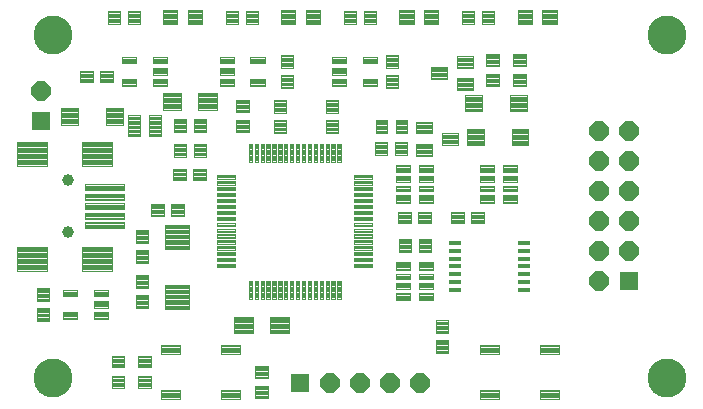
<source format=gts>
G75*
G70*
%OFA0B0*%
%FSLAX24Y24*%
%IPPOS*%
%LPD*%
%AMOC8*
5,1,8,0,0,1.08239X$1,22.5*
%
%ADD10C,0.0043*%
%ADD11C,0.0041*%
%ADD12C,0.0044*%
%ADD13C,0.0041*%
%ADD14R,0.0394X0.0177*%
%ADD15C,0.0041*%
%ADD16C,0.0041*%
%ADD17C,0.0040*%
%ADD18C,0.0394*%
%ADD19C,0.0041*%
%ADD20C,0.0041*%
%ADD21C,0.0042*%
%ADD22R,0.0640X0.0640*%
%ADD23OC8,0.0640*%
%ADD24C,0.0041*%
%ADD25C,0.0040*%
%ADD26C,0.1300*%
D10*
X007929Y005837D02*
X007929Y006229D01*
X008359Y006229D01*
X008359Y005837D01*
X007929Y005837D01*
X007929Y005879D02*
X008359Y005879D01*
X008359Y005921D02*
X007929Y005921D01*
X007929Y005963D02*
X008359Y005963D01*
X008359Y006005D02*
X007929Y006005D01*
X007929Y006047D02*
X008359Y006047D01*
X008359Y006089D02*
X007929Y006089D01*
X007929Y006131D02*
X008359Y006131D01*
X008359Y006173D02*
X007929Y006173D01*
X007929Y006215D02*
X008359Y006215D01*
X007929Y006506D02*
X007929Y006898D01*
X008359Y006898D01*
X008359Y006506D01*
X007929Y006506D01*
X007929Y006548D02*
X008359Y006548D01*
X008359Y006590D02*
X007929Y006590D01*
X007929Y006632D02*
X008359Y006632D01*
X008359Y006674D02*
X007929Y006674D01*
X007929Y006716D02*
X008359Y006716D01*
X008359Y006758D02*
X007929Y006758D01*
X007929Y006800D02*
X008359Y006800D01*
X008359Y006842D02*
X007929Y006842D01*
X007929Y006884D02*
X008359Y006884D01*
X008804Y006898D02*
X008804Y006506D01*
X008804Y006898D02*
X009234Y006898D01*
X009234Y006506D01*
X008804Y006506D01*
X008804Y006548D02*
X009234Y006548D01*
X009234Y006590D02*
X008804Y006590D01*
X008804Y006632D02*
X009234Y006632D01*
X009234Y006674D02*
X008804Y006674D01*
X008804Y006716D02*
X009234Y006716D01*
X009234Y006758D02*
X008804Y006758D01*
X008804Y006800D02*
X009234Y006800D01*
X009234Y006842D02*
X008804Y006842D01*
X008804Y006884D02*
X009234Y006884D01*
X008804Y006229D02*
X008804Y005837D01*
X008804Y006229D02*
X009234Y006229D01*
X009234Y005837D01*
X008804Y005837D01*
X008804Y005879D02*
X009234Y005879D01*
X009234Y005921D02*
X008804Y005921D01*
X008804Y005963D02*
X009234Y005963D01*
X009234Y006005D02*
X008804Y006005D01*
X008804Y006047D02*
X009234Y006047D01*
X009234Y006089D02*
X008804Y006089D01*
X008804Y006131D02*
X009234Y006131D01*
X009234Y006173D02*
X008804Y006173D01*
X008804Y006215D02*
X009234Y006215D01*
X012701Y006157D02*
X012701Y006549D01*
X013131Y006549D01*
X013131Y006157D01*
X012701Y006157D01*
X012701Y006199D02*
X013131Y006199D01*
X013131Y006241D02*
X012701Y006241D01*
X012701Y006283D02*
X013131Y006283D01*
X013131Y006325D02*
X012701Y006325D01*
X012701Y006367D02*
X013131Y006367D01*
X013131Y006409D02*
X012701Y006409D01*
X012701Y006451D02*
X013131Y006451D01*
X013131Y006493D02*
X012701Y006493D01*
X012701Y006535D02*
X013131Y006535D01*
X012701Y005879D02*
X012701Y005487D01*
X012701Y005879D02*
X013131Y005879D01*
X013131Y005487D01*
X012701Y005487D01*
X012701Y005529D02*
X013131Y005529D01*
X013131Y005571D02*
X012701Y005571D01*
X012701Y005613D02*
X013131Y005613D01*
X013131Y005655D02*
X012701Y005655D01*
X012701Y005697D02*
X013131Y005697D01*
X013131Y005739D02*
X012701Y005739D01*
X012701Y005781D02*
X013131Y005781D01*
X013131Y005823D02*
X012701Y005823D01*
X012701Y005865D02*
X013131Y005865D01*
X009128Y008480D02*
X009128Y008910D01*
X009128Y008480D02*
X008736Y008480D01*
X008736Y008910D01*
X009128Y008910D01*
X009128Y008522D02*
X008736Y008522D01*
X008736Y008564D02*
X009128Y008564D01*
X009128Y008606D02*
X008736Y008606D01*
X008736Y008648D02*
X009128Y008648D01*
X009128Y008690D02*
X008736Y008690D01*
X008736Y008732D02*
X009128Y008732D01*
X009128Y008774D02*
X008736Y008774D01*
X008736Y008816D02*
X009128Y008816D01*
X009128Y008858D02*
X008736Y008858D01*
X008736Y008900D02*
X009128Y008900D01*
X009128Y009149D02*
X009128Y009579D01*
X009128Y009149D02*
X008736Y009149D01*
X008736Y009579D01*
X009128Y009579D01*
X009128Y009191D02*
X008736Y009191D01*
X008736Y009233D02*
X009128Y009233D01*
X009128Y009275D02*
X008736Y009275D01*
X008736Y009317D02*
X009128Y009317D01*
X009128Y009359D02*
X008736Y009359D01*
X008736Y009401D02*
X009128Y009401D01*
X009128Y009443D02*
X008736Y009443D01*
X008736Y009485D02*
X009128Y009485D01*
X009128Y009527D02*
X008736Y009527D01*
X008736Y009569D02*
X009128Y009569D01*
X008736Y009980D02*
X008736Y010410D01*
X009128Y010410D01*
X009128Y009980D01*
X008736Y009980D01*
X008736Y010022D02*
X009128Y010022D01*
X009128Y010064D02*
X008736Y010064D01*
X008736Y010106D02*
X009128Y010106D01*
X009128Y010148D02*
X008736Y010148D01*
X008736Y010190D02*
X009128Y010190D01*
X009128Y010232D02*
X008736Y010232D01*
X008736Y010274D02*
X009128Y010274D01*
X009128Y010316D02*
X008736Y010316D01*
X008736Y010358D02*
X009128Y010358D01*
X009128Y010400D02*
X008736Y010400D01*
X008736Y010649D02*
X008736Y011079D01*
X009128Y011079D01*
X009128Y010649D01*
X008736Y010649D01*
X008736Y010691D02*
X009128Y010691D01*
X009128Y010733D02*
X008736Y010733D01*
X008736Y010775D02*
X009128Y010775D01*
X009128Y010817D02*
X008736Y010817D01*
X008736Y010859D02*
X009128Y010859D01*
X009128Y010901D02*
X008736Y010901D01*
X008736Y010943D02*
X009128Y010943D01*
X009128Y010985D02*
X008736Y010985D01*
X008736Y011027D02*
X009128Y011027D01*
X009128Y011069D02*
X008736Y011069D01*
X009232Y011950D02*
X009662Y011950D01*
X009662Y011558D01*
X009232Y011558D01*
X009232Y011950D01*
X009232Y011600D02*
X009662Y011600D01*
X009662Y011642D02*
X009232Y011642D01*
X009232Y011684D02*
X009662Y011684D01*
X009662Y011726D02*
X009232Y011726D01*
X009232Y011768D02*
X009662Y011768D01*
X009662Y011810D02*
X009232Y011810D01*
X009232Y011852D02*
X009662Y011852D01*
X009662Y011894D02*
X009232Y011894D01*
X009232Y011936D02*
X009662Y011936D01*
X009902Y011950D02*
X010332Y011950D01*
X010332Y011558D01*
X009902Y011558D01*
X009902Y011950D01*
X009902Y011600D02*
X010332Y011600D01*
X010332Y011642D02*
X009902Y011642D01*
X009902Y011684D02*
X010332Y011684D01*
X010332Y011726D02*
X009902Y011726D01*
X009902Y011768D02*
X010332Y011768D01*
X010332Y011810D02*
X009902Y011810D01*
X009902Y011852D02*
X010332Y011852D01*
X010332Y011894D02*
X009902Y011894D01*
X009902Y011936D02*
X010332Y011936D01*
X010412Y013138D02*
X009982Y013138D01*
X010412Y013138D02*
X010412Y012746D01*
X009982Y012746D01*
X009982Y013138D01*
X009982Y012788D02*
X010412Y012788D01*
X010412Y012830D02*
X009982Y012830D01*
X009982Y012872D02*
X010412Y012872D01*
X010412Y012914D02*
X009982Y012914D01*
X009982Y012956D02*
X010412Y012956D01*
X010412Y012998D02*
X009982Y012998D01*
X009982Y013040D02*
X010412Y013040D01*
X010412Y013082D02*
X009982Y013082D01*
X009982Y013124D02*
X010412Y013124D01*
X010652Y013138D02*
X011082Y013138D01*
X011082Y012746D01*
X010652Y012746D01*
X010652Y013138D01*
X010652Y012788D02*
X011082Y012788D01*
X011082Y012830D02*
X010652Y012830D01*
X010652Y012872D02*
X011082Y012872D01*
X011082Y012914D02*
X010652Y012914D01*
X010652Y012956D02*
X011082Y012956D01*
X011082Y012998D02*
X010652Y012998D01*
X010652Y013040D02*
X011082Y013040D01*
X011082Y013082D02*
X010652Y013082D01*
X010652Y013124D02*
X011082Y013124D01*
X011063Y013539D02*
X010671Y013539D01*
X010671Y013969D01*
X011063Y013969D01*
X011063Y013539D01*
X011063Y013581D02*
X010671Y013581D01*
X010671Y013623D02*
X011063Y013623D01*
X011063Y013665D02*
X010671Y013665D01*
X010671Y013707D02*
X011063Y013707D01*
X011063Y013749D02*
X010671Y013749D01*
X010671Y013791D02*
X011063Y013791D01*
X011063Y013833D02*
X010671Y013833D01*
X010671Y013875D02*
X011063Y013875D01*
X011063Y013917D02*
X010671Y013917D01*
X010671Y013959D02*
X011063Y013959D01*
X011063Y014352D02*
X010671Y014352D01*
X010671Y014782D01*
X011063Y014782D01*
X011063Y014352D01*
X011063Y014394D02*
X010671Y014394D01*
X010671Y014436D02*
X011063Y014436D01*
X011063Y014478D02*
X010671Y014478D01*
X010671Y014520D02*
X011063Y014520D01*
X011063Y014562D02*
X010671Y014562D01*
X010671Y014604D02*
X011063Y014604D01*
X011063Y014646D02*
X010671Y014646D01*
X010671Y014688D02*
X011063Y014688D01*
X011063Y014730D02*
X010671Y014730D01*
X010671Y014772D02*
X011063Y014772D01*
X010393Y014352D02*
X010001Y014352D01*
X010001Y014782D01*
X010393Y014782D01*
X010393Y014352D01*
X010393Y014394D02*
X010001Y014394D01*
X010001Y014436D02*
X010393Y014436D01*
X010393Y014478D02*
X010001Y014478D01*
X010001Y014520D02*
X010393Y014520D01*
X010393Y014562D02*
X010001Y014562D01*
X010001Y014604D02*
X010393Y014604D01*
X010393Y014646D02*
X010001Y014646D01*
X010001Y014688D02*
X010393Y014688D01*
X010393Y014730D02*
X010001Y014730D01*
X010001Y014772D02*
X010393Y014772D01*
X010393Y013539D02*
X010001Y013539D01*
X010001Y013969D01*
X010393Y013969D01*
X010393Y013539D01*
X010393Y013581D02*
X010001Y013581D01*
X010001Y013623D02*
X010393Y013623D01*
X010393Y013665D02*
X010001Y013665D01*
X010001Y013707D02*
X010393Y013707D01*
X010393Y013749D02*
X010001Y013749D01*
X010001Y013791D02*
X010393Y013791D01*
X010393Y013833D02*
X010001Y013833D01*
X010001Y013875D02*
X010393Y013875D01*
X010393Y013917D02*
X010001Y013917D01*
X010001Y013959D02*
X010393Y013959D01*
X012067Y014349D02*
X012067Y014741D01*
X012497Y014741D01*
X012497Y014349D01*
X012067Y014349D01*
X012067Y014391D02*
X012497Y014391D01*
X012497Y014433D02*
X012067Y014433D01*
X012067Y014475D02*
X012497Y014475D01*
X012497Y014517D02*
X012067Y014517D01*
X012067Y014559D02*
X012497Y014559D01*
X012497Y014601D02*
X012067Y014601D01*
X012067Y014643D02*
X012497Y014643D01*
X012497Y014685D02*
X012067Y014685D01*
X012067Y014727D02*
X012497Y014727D01*
X012067Y015018D02*
X012067Y015410D01*
X012497Y015410D01*
X012497Y015018D01*
X012067Y015018D01*
X012067Y015060D02*
X012497Y015060D01*
X012497Y015102D02*
X012067Y015102D01*
X012067Y015144D02*
X012497Y015144D01*
X012497Y015186D02*
X012067Y015186D01*
X012067Y015228D02*
X012497Y015228D01*
X012497Y015270D02*
X012067Y015270D01*
X012067Y015312D02*
X012497Y015312D01*
X012497Y015354D02*
X012067Y015354D01*
X012067Y015396D02*
X012497Y015396D01*
X013728Y015429D02*
X013728Y014999D01*
X013336Y014999D01*
X013336Y015429D01*
X013728Y015429D01*
X013728Y015041D02*
X013336Y015041D01*
X013336Y015083D02*
X013728Y015083D01*
X013728Y015125D02*
X013336Y015125D01*
X013336Y015167D02*
X013728Y015167D01*
X013728Y015209D02*
X013336Y015209D01*
X013336Y015251D02*
X013728Y015251D01*
X013728Y015293D02*
X013336Y015293D01*
X013336Y015335D02*
X013728Y015335D01*
X013728Y015377D02*
X013336Y015377D01*
X013336Y015419D02*
X013728Y015419D01*
X013586Y015830D02*
X013586Y016260D01*
X013978Y016260D01*
X013978Y015830D01*
X013586Y015830D01*
X013586Y015872D02*
X013978Y015872D01*
X013978Y015914D02*
X013586Y015914D01*
X013586Y015956D02*
X013978Y015956D01*
X013978Y015998D02*
X013586Y015998D01*
X013586Y016040D02*
X013978Y016040D01*
X013978Y016082D02*
X013586Y016082D01*
X013586Y016124D02*
X013978Y016124D01*
X013978Y016166D02*
X013586Y016166D01*
X013586Y016208D02*
X013978Y016208D01*
X013978Y016250D02*
X013586Y016250D01*
X013586Y016499D02*
X013586Y016929D01*
X013978Y016929D01*
X013978Y016499D01*
X013586Y016499D01*
X013586Y016541D02*
X013978Y016541D01*
X013978Y016583D02*
X013586Y016583D01*
X013586Y016625D02*
X013978Y016625D01*
X013978Y016667D02*
X013586Y016667D01*
X013586Y016709D02*
X013978Y016709D01*
X013978Y016751D02*
X013586Y016751D01*
X013586Y016793D02*
X013978Y016793D01*
X013978Y016835D02*
X013586Y016835D01*
X013586Y016877D02*
X013978Y016877D01*
X013978Y016919D02*
X013586Y016919D01*
X012799Y018394D02*
X012407Y018394D01*
X012799Y018394D02*
X012799Y017964D01*
X012407Y017964D01*
X012407Y018394D01*
X012407Y018006D02*
X012799Y018006D01*
X012799Y018048D02*
X012407Y018048D01*
X012407Y018090D02*
X012799Y018090D01*
X012799Y018132D02*
X012407Y018132D01*
X012407Y018174D02*
X012799Y018174D01*
X012799Y018216D02*
X012407Y018216D01*
X012407Y018258D02*
X012799Y018258D01*
X012799Y018300D02*
X012407Y018300D01*
X012407Y018342D02*
X012799Y018342D01*
X012799Y018384D02*
X012407Y018384D01*
X012130Y018394D02*
X011738Y018394D01*
X012130Y018394D02*
X012130Y017964D01*
X011738Y017964D01*
X011738Y018394D01*
X011738Y018006D02*
X012130Y018006D01*
X012130Y018048D02*
X011738Y018048D01*
X011738Y018090D02*
X012130Y018090D01*
X012130Y018132D02*
X011738Y018132D01*
X011738Y018174D02*
X012130Y018174D01*
X012130Y018216D02*
X011738Y018216D01*
X011738Y018258D02*
X012130Y018258D01*
X012130Y018300D02*
X011738Y018300D01*
X011738Y018342D02*
X012130Y018342D01*
X012130Y018384D02*
X011738Y018384D01*
X008862Y018394D02*
X008470Y018394D01*
X008862Y018394D02*
X008862Y017964D01*
X008470Y017964D01*
X008470Y018394D01*
X008470Y018006D02*
X008862Y018006D01*
X008862Y018048D02*
X008470Y018048D01*
X008470Y018090D02*
X008862Y018090D01*
X008862Y018132D02*
X008470Y018132D01*
X008470Y018174D02*
X008862Y018174D01*
X008862Y018216D02*
X008470Y018216D01*
X008470Y018258D02*
X008862Y018258D01*
X008862Y018300D02*
X008470Y018300D01*
X008470Y018342D02*
X008862Y018342D01*
X008862Y018384D02*
X008470Y018384D01*
X008193Y018394D02*
X007801Y018394D01*
X008193Y018394D02*
X008193Y017964D01*
X007801Y017964D01*
X007801Y018394D01*
X007801Y018006D02*
X008193Y018006D01*
X008193Y018048D02*
X007801Y018048D01*
X007801Y018090D02*
X008193Y018090D01*
X008193Y018132D02*
X007801Y018132D01*
X007801Y018174D02*
X008193Y018174D01*
X008193Y018216D02*
X007801Y018216D01*
X007801Y018258D02*
X008193Y018258D01*
X008193Y018300D02*
X007801Y018300D01*
X007801Y018342D02*
X008193Y018342D01*
X008193Y018384D02*
X007801Y018384D01*
X007982Y016400D02*
X007552Y016400D01*
X007982Y016400D02*
X007982Y016008D01*
X007552Y016008D01*
X007552Y016400D01*
X007552Y016050D02*
X007982Y016050D01*
X007982Y016092D02*
X007552Y016092D01*
X007552Y016134D02*
X007982Y016134D01*
X007982Y016176D02*
X007552Y016176D01*
X007552Y016218D02*
X007982Y016218D01*
X007982Y016260D02*
X007552Y016260D01*
X007552Y016302D02*
X007982Y016302D01*
X007982Y016344D02*
X007552Y016344D01*
X007552Y016386D02*
X007982Y016386D01*
X007312Y016400D02*
X006882Y016400D01*
X007312Y016400D02*
X007312Y016008D01*
X006882Y016008D01*
X006882Y016400D01*
X006882Y016050D02*
X007312Y016050D01*
X007312Y016092D02*
X006882Y016092D01*
X006882Y016134D02*
X007312Y016134D01*
X007312Y016176D02*
X006882Y016176D01*
X006882Y016218D02*
X007312Y016218D01*
X007312Y016260D02*
X006882Y016260D01*
X006882Y016302D02*
X007312Y016302D01*
X007312Y016344D02*
X006882Y016344D01*
X006882Y016386D02*
X007312Y016386D01*
X013728Y014760D02*
X013728Y014330D01*
X013336Y014330D01*
X013336Y014760D01*
X013728Y014760D01*
X013728Y014372D02*
X013336Y014372D01*
X013336Y014414D02*
X013728Y014414D01*
X013728Y014456D02*
X013336Y014456D01*
X013336Y014498D02*
X013728Y014498D01*
X013728Y014540D02*
X013336Y014540D01*
X013336Y014582D02*
X013728Y014582D01*
X013728Y014624D02*
X013336Y014624D01*
X013336Y014666D02*
X013728Y014666D01*
X013728Y014708D02*
X013336Y014708D01*
X013336Y014750D02*
X013728Y014750D01*
X015478Y014760D02*
X015478Y014330D01*
X015086Y014330D01*
X015086Y014760D01*
X015478Y014760D01*
X015478Y014372D02*
X015086Y014372D01*
X015086Y014414D02*
X015478Y014414D01*
X015478Y014456D02*
X015086Y014456D01*
X015086Y014498D02*
X015478Y014498D01*
X015478Y014540D02*
X015086Y014540D01*
X015086Y014582D02*
X015478Y014582D01*
X015478Y014624D02*
X015086Y014624D01*
X015086Y014666D02*
X015478Y014666D01*
X015478Y014708D02*
X015086Y014708D01*
X015086Y014750D02*
X015478Y014750D01*
X015478Y014999D02*
X015478Y015429D01*
X015478Y014999D02*
X015086Y014999D01*
X015086Y015429D01*
X015478Y015429D01*
X015478Y015041D02*
X015086Y015041D01*
X015086Y015083D02*
X015478Y015083D01*
X015478Y015125D02*
X015086Y015125D01*
X015086Y015167D02*
X015478Y015167D01*
X015478Y015209D02*
X015086Y015209D01*
X015086Y015251D02*
X015478Y015251D01*
X015478Y015293D02*
X015086Y015293D01*
X015086Y015335D02*
X015478Y015335D01*
X015478Y015377D02*
X015086Y015377D01*
X015086Y015419D02*
X015478Y015419D01*
X016729Y014746D02*
X017121Y014746D01*
X017121Y014316D01*
X016729Y014316D01*
X016729Y014746D01*
X016729Y014358D02*
X017121Y014358D01*
X017121Y014400D02*
X016729Y014400D01*
X016729Y014442D02*
X017121Y014442D01*
X017121Y014484D02*
X016729Y014484D01*
X016729Y014526D02*
X017121Y014526D01*
X017121Y014568D02*
X016729Y014568D01*
X016729Y014610D02*
X017121Y014610D01*
X017121Y014652D02*
X016729Y014652D01*
X016729Y014694D02*
X017121Y014694D01*
X017121Y014736D02*
X016729Y014736D01*
X017399Y014746D02*
X017791Y014746D01*
X017791Y014316D01*
X017399Y014316D01*
X017399Y014746D01*
X017399Y014358D02*
X017791Y014358D01*
X017791Y014400D02*
X017399Y014400D01*
X017399Y014442D02*
X017791Y014442D01*
X017791Y014484D02*
X017399Y014484D01*
X017399Y014526D02*
X017791Y014526D01*
X017791Y014568D02*
X017399Y014568D01*
X017399Y014610D02*
X017791Y014610D01*
X017791Y014652D02*
X017399Y014652D01*
X017399Y014694D02*
X017791Y014694D01*
X017791Y014736D02*
X017399Y014736D01*
X018075Y014699D02*
X018075Y014307D01*
X018075Y014699D02*
X018623Y014699D01*
X018623Y014307D01*
X018075Y014307D01*
X018075Y014349D02*
X018623Y014349D01*
X018623Y014391D02*
X018075Y014391D01*
X018075Y014433D02*
X018623Y014433D01*
X018623Y014475D02*
X018075Y014475D01*
X018075Y014517D02*
X018623Y014517D01*
X018623Y014559D02*
X018075Y014559D01*
X018075Y014601D02*
X018623Y014601D01*
X018623Y014643D02*
X018075Y014643D01*
X018075Y014685D02*
X018623Y014685D01*
X018941Y014325D02*
X018941Y013933D01*
X018941Y014325D02*
X019489Y014325D01*
X019489Y013933D01*
X018941Y013933D01*
X018941Y013975D02*
X019489Y013975D01*
X019489Y014017D02*
X018941Y014017D01*
X018941Y014059D02*
X019489Y014059D01*
X019489Y014101D02*
X018941Y014101D01*
X018941Y014143D02*
X019489Y014143D01*
X019489Y014185D02*
X018941Y014185D01*
X018941Y014227D02*
X019489Y014227D01*
X019489Y014269D02*
X018941Y014269D01*
X018941Y014311D02*
X019489Y014311D01*
X018075Y013951D02*
X018075Y013559D01*
X018075Y013951D02*
X018623Y013951D01*
X018623Y013559D01*
X018075Y013559D01*
X018075Y013601D02*
X018623Y013601D01*
X018623Y013643D02*
X018075Y013643D01*
X018075Y013685D02*
X018623Y013685D01*
X018623Y013727D02*
X018075Y013727D01*
X018075Y013769D02*
X018623Y013769D01*
X018623Y013811D02*
X018075Y013811D01*
X018075Y013853D02*
X018623Y013853D01*
X018623Y013895D02*
X018075Y013895D01*
X018075Y013937D02*
X018623Y013937D01*
X017773Y013602D02*
X017381Y013602D01*
X017381Y014032D01*
X017773Y014032D01*
X017773Y013602D01*
X017773Y013644D02*
X017381Y013644D01*
X017381Y013686D02*
X017773Y013686D01*
X017773Y013728D02*
X017381Y013728D01*
X017381Y013770D02*
X017773Y013770D01*
X017773Y013812D02*
X017381Y013812D01*
X017381Y013854D02*
X017773Y013854D01*
X017773Y013896D02*
X017381Y013896D01*
X017381Y013938D02*
X017773Y013938D01*
X017773Y013980D02*
X017381Y013980D01*
X017381Y014022D02*
X017773Y014022D01*
X017104Y013602D02*
X016712Y013602D01*
X016712Y014032D01*
X017104Y014032D01*
X017104Y013602D01*
X017104Y013644D02*
X016712Y013644D01*
X016712Y013686D02*
X017104Y013686D01*
X017104Y013728D02*
X016712Y013728D01*
X016712Y013770D02*
X017104Y013770D01*
X017104Y013812D02*
X016712Y013812D01*
X016712Y013854D02*
X017104Y013854D01*
X017104Y013896D02*
X016712Y013896D01*
X016712Y013938D02*
X017104Y013938D01*
X017104Y013980D02*
X016712Y013980D01*
X016712Y014022D02*
X017104Y014022D01*
X019989Y015749D02*
X019989Y016141D01*
X019989Y015749D02*
X019441Y015749D01*
X019441Y016141D01*
X019989Y016141D01*
X019989Y015791D02*
X019441Y015791D01*
X019441Y015833D02*
X019989Y015833D01*
X019989Y015875D02*
X019441Y015875D01*
X019441Y015917D02*
X019989Y015917D01*
X019989Y015959D02*
X019441Y015959D01*
X019441Y016001D02*
X019989Y016001D01*
X019989Y016043D02*
X019441Y016043D01*
X019441Y016085D02*
X019989Y016085D01*
X019989Y016127D02*
X019441Y016127D01*
X019123Y016123D02*
X019123Y016515D01*
X019123Y016123D02*
X018575Y016123D01*
X018575Y016515D01*
X019123Y016515D01*
X019123Y016165D02*
X018575Y016165D01*
X018575Y016207D02*
X019123Y016207D01*
X019123Y016249D02*
X018575Y016249D01*
X018575Y016291D02*
X019123Y016291D01*
X019123Y016333D02*
X018575Y016333D01*
X018575Y016375D02*
X019123Y016375D01*
X019123Y016417D02*
X018575Y016417D01*
X018575Y016459D02*
X019123Y016459D01*
X019123Y016501D02*
X018575Y016501D01*
X019989Y016497D02*
X019989Y016889D01*
X019989Y016497D02*
X019441Y016497D01*
X019441Y016889D01*
X019989Y016889D01*
X019989Y016539D02*
X019441Y016539D01*
X019441Y016581D02*
X019989Y016581D01*
X019989Y016623D02*
X019441Y016623D01*
X019441Y016665D02*
X019989Y016665D01*
X019989Y016707D02*
X019441Y016707D01*
X019441Y016749D02*
X019989Y016749D01*
X019989Y016791D02*
X019441Y016791D01*
X019441Y016833D02*
X019989Y016833D01*
X019989Y016875D02*
X019441Y016875D01*
X020414Y016948D02*
X020414Y016556D01*
X020414Y016948D02*
X020844Y016948D01*
X020844Y016556D01*
X020414Y016556D01*
X020414Y016598D02*
X020844Y016598D01*
X020844Y016640D02*
X020414Y016640D01*
X020414Y016682D02*
X020844Y016682D01*
X020844Y016724D02*
X020414Y016724D01*
X020414Y016766D02*
X020844Y016766D01*
X020844Y016808D02*
X020414Y016808D01*
X020414Y016850D02*
X020844Y016850D01*
X020844Y016892D02*
X020414Y016892D01*
X020414Y016934D02*
X020844Y016934D01*
X021726Y016953D02*
X021726Y016561D01*
X021296Y016561D01*
X021296Y016953D01*
X021726Y016953D01*
X021726Y016603D02*
X021296Y016603D01*
X021296Y016645D02*
X021726Y016645D01*
X021726Y016687D02*
X021296Y016687D01*
X021296Y016729D02*
X021726Y016729D01*
X021726Y016771D02*
X021296Y016771D01*
X021296Y016813D02*
X021726Y016813D01*
X021726Y016855D02*
X021296Y016855D01*
X021296Y016897D02*
X021726Y016897D01*
X021726Y016939D02*
X021296Y016939D01*
X021726Y016284D02*
X021726Y015892D01*
X021296Y015892D01*
X021296Y016284D01*
X021726Y016284D01*
X021726Y015934D02*
X021296Y015934D01*
X021296Y015976D02*
X021726Y015976D01*
X021726Y016018D02*
X021296Y016018D01*
X021296Y016060D02*
X021726Y016060D01*
X021726Y016102D02*
X021296Y016102D01*
X021296Y016144D02*
X021726Y016144D01*
X021726Y016186D02*
X021296Y016186D01*
X021296Y016228D02*
X021726Y016228D01*
X021726Y016270D02*
X021296Y016270D01*
X020414Y016279D02*
X020414Y015887D01*
X020414Y016279D02*
X020844Y016279D01*
X020844Y015887D01*
X020414Y015887D01*
X020414Y015929D02*
X020844Y015929D01*
X020844Y015971D02*
X020414Y015971D01*
X020414Y016013D02*
X020844Y016013D01*
X020844Y016055D02*
X020414Y016055D01*
X020414Y016097D02*
X020844Y016097D01*
X020844Y016139D02*
X020414Y016139D01*
X020414Y016181D02*
X020844Y016181D01*
X020844Y016223D02*
X020414Y016223D01*
X020414Y016265D02*
X020844Y016265D01*
X020673Y018394D02*
X020281Y018394D01*
X020673Y018394D02*
X020673Y017964D01*
X020281Y017964D01*
X020281Y018394D01*
X020281Y018006D02*
X020673Y018006D01*
X020673Y018048D02*
X020281Y018048D01*
X020281Y018090D02*
X020673Y018090D01*
X020673Y018132D02*
X020281Y018132D01*
X020281Y018174D02*
X020673Y018174D01*
X020673Y018216D02*
X020281Y018216D01*
X020281Y018258D02*
X020673Y018258D01*
X020673Y018300D02*
X020281Y018300D01*
X020281Y018342D02*
X020673Y018342D01*
X020673Y018384D02*
X020281Y018384D01*
X020004Y018394D02*
X019612Y018394D01*
X020004Y018394D02*
X020004Y017964D01*
X019612Y017964D01*
X019612Y018394D01*
X019612Y018006D02*
X020004Y018006D01*
X020004Y018048D02*
X019612Y018048D01*
X019612Y018090D02*
X020004Y018090D01*
X020004Y018132D02*
X019612Y018132D01*
X019612Y018174D02*
X020004Y018174D01*
X020004Y018216D02*
X019612Y018216D01*
X019612Y018258D02*
X020004Y018258D01*
X020004Y018300D02*
X019612Y018300D01*
X019612Y018342D02*
X020004Y018342D01*
X020004Y018384D02*
X019612Y018384D01*
X017086Y016929D02*
X017086Y016499D01*
X017086Y016929D02*
X017478Y016929D01*
X017478Y016499D01*
X017086Y016499D01*
X017086Y016541D02*
X017478Y016541D01*
X017478Y016583D02*
X017086Y016583D01*
X017086Y016625D02*
X017478Y016625D01*
X017478Y016667D02*
X017086Y016667D01*
X017086Y016709D02*
X017478Y016709D01*
X017478Y016751D02*
X017086Y016751D01*
X017086Y016793D02*
X017478Y016793D01*
X017478Y016835D02*
X017086Y016835D01*
X017086Y016877D02*
X017478Y016877D01*
X017478Y016919D02*
X017086Y016919D01*
X017086Y016260D02*
X017086Y015830D01*
X017086Y016260D02*
X017478Y016260D01*
X017478Y015830D01*
X017086Y015830D01*
X017086Y015872D02*
X017478Y015872D01*
X017478Y015914D02*
X017086Y015914D01*
X017086Y015956D02*
X017478Y015956D01*
X017478Y015998D02*
X017086Y015998D01*
X017086Y016040D02*
X017478Y016040D01*
X017478Y016082D02*
X017086Y016082D01*
X017086Y016124D02*
X017478Y016124D01*
X017478Y016166D02*
X017086Y016166D01*
X017086Y016208D02*
X017478Y016208D01*
X017478Y016250D02*
X017086Y016250D01*
X016736Y018394D02*
X016344Y018394D01*
X016736Y018394D02*
X016736Y017964D01*
X016344Y017964D01*
X016344Y018394D01*
X016344Y018006D02*
X016736Y018006D01*
X016736Y018048D02*
X016344Y018048D01*
X016344Y018090D02*
X016736Y018090D01*
X016736Y018132D02*
X016344Y018132D01*
X016344Y018174D02*
X016736Y018174D01*
X016736Y018216D02*
X016344Y018216D01*
X016344Y018258D02*
X016736Y018258D01*
X016736Y018300D02*
X016344Y018300D01*
X016344Y018342D02*
X016736Y018342D01*
X016736Y018384D02*
X016344Y018384D01*
X016067Y018394D02*
X015675Y018394D01*
X016067Y018394D02*
X016067Y017964D01*
X015675Y017964D01*
X015675Y018394D01*
X015675Y018006D02*
X016067Y018006D01*
X016067Y018048D02*
X015675Y018048D01*
X015675Y018090D02*
X016067Y018090D01*
X016067Y018132D02*
X015675Y018132D01*
X015675Y018174D02*
X016067Y018174D01*
X016067Y018216D02*
X015675Y018216D01*
X015675Y018258D02*
X016067Y018258D01*
X016067Y018300D02*
X015675Y018300D01*
X015675Y018342D02*
X016067Y018342D01*
X016067Y018384D02*
X015675Y018384D01*
X017482Y011308D02*
X017912Y011308D01*
X017482Y011308D02*
X017482Y011700D01*
X017912Y011700D01*
X017912Y011308D01*
X017912Y011350D02*
X017482Y011350D01*
X017482Y011392D02*
X017912Y011392D01*
X017912Y011434D02*
X017482Y011434D01*
X017482Y011476D02*
X017912Y011476D01*
X017912Y011518D02*
X017482Y011518D01*
X017482Y011560D02*
X017912Y011560D01*
X017912Y011602D02*
X017482Y011602D01*
X017482Y011644D02*
X017912Y011644D01*
X017912Y011686D02*
X017482Y011686D01*
X018152Y011308D02*
X018582Y011308D01*
X018152Y011308D02*
X018152Y011700D01*
X018582Y011700D01*
X018582Y011308D01*
X018582Y011350D02*
X018152Y011350D01*
X018152Y011392D02*
X018582Y011392D01*
X018582Y011434D02*
X018152Y011434D01*
X018152Y011476D02*
X018582Y011476D01*
X018582Y011518D02*
X018152Y011518D01*
X018152Y011560D02*
X018582Y011560D01*
X018582Y011602D02*
X018152Y011602D01*
X018152Y011644D02*
X018582Y011644D01*
X018582Y011686D02*
X018152Y011686D01*
X019232Y011700D02*
X019662Y011700D01*
X019662Y011308D01*
X019232Y011308D01*
X019232Y011700D01*
X019232Y011350D02*
X019662Y011350D01*
X019662Y011392D02*
X019232Y011392D01*
X019232Y011434D02*
X019662Y011434D01*
X019662Y011476D02*
X019232Y011476D01*
X019232Y011518D02*
X019662Y011518D01*
X019662Y011560D02*
X019232Y011560D01*
X019232Y011602D02*
X019662Y011602D01*
X019662Y011644D02*
X019232Y011644D01*
X019232Y011686D02*
X019662Y011686D01*
X019902Y011700D02*
X020332Y011700D01*
X020332Y011308D01*
X019902Y011308D01*
X019902Y011700D01*
X019902Y011350D02*
X020332Y011350D01*
X020332Y011392D02*
X019902Y011392D01*
X019902Y011434D02*
X020332Y011434D01*
X020332Y011476D02*
X019902Y011476D01*
X019902Y011518D02*
X020332Y011518D01*
X020332Y011560D02*
X019902Y011560D01*
X019902Y011602D02*
X020332Y011602D01*
X020332Y011644D02*
X019902Y011644D01*
X019902Y011686D02*
X020332Y011686D01*
X018563Y010352D02*
X018171Y010352D01*
X018171Y010782D01*
X018563Y010782D01*
X018563Y010352D01*
X018563Y010394D02*
X018171Y010394D01*
X018171Y010436D02*
X018563Y010436D01*
X018563Y010478D02*
X018171Y010478D01*
X018171Y010520D02*
X018563Y010520D01*
X018563Y010562D02*
X018171Y010562D01*
X018171Y010604D02*
X018563Y010604D01*
X018563Y010646D02*
X018171Y010646D01*
X018171Y010688D02*
X018563Y010688D01*
X018563Y010730D02*
X018171Y010730D01*
X018171Y010772D02*
X018563Y010772D01*
X017893Y010352D02*
X017501Y010352D01*
X017501Y010782D01*
X017893Y010782D01*
X017893Y010352D01*
X017893Y010394D02*
X017501Y010394D01*
X017501Y010436D02*
X017893Y010436D01*
X017893Y010478D02*
X017501Y010478D01*
X017501Y010520D02*
X017893Y010520D01*
X017893Y010562D02*
X017501Y010562D01*
X017501Y010604D02*
X017893Y010604D01*
X017893Y010646D02*
X017501Y010646D01*
X017501Y010688D02*
X017893Y010688D01*
X017893Y010730D02*
X017501Y010730D01*
X017501Y010772D02*
X017893Y010772D01*
X018741Y008083D02*
X018741Y007653D01*
X018741Y008083D02*
X019133Y008083D01*
X019133Y007653D01*
X018741Y007653D01*
X018741Y007695D02*
X019133Y007695D01*
X019133Y007737D02*
X018741Y007737D01*
X018741Y007779D02*
X019133Y007779D01*
X019133Y007821D02*
X018741Y007821D01*
X018741Y007863D02*
X019133Y007863D01*
X019133Y007905D02*
X018741Y007905D01*
X018741Y007947D02*
X019133Y007947D01*
X019133Y007989D02*
X018741Y007989D01*
X018741Y008031D02*
X019133Y008031D01*
X019133Y008073D02*
X018741Y008073D01*
X018741Y007414D02*
X018741Y006984D01*
X018741Y007414D02*
X019133Y007414D01*
X019133Y006984D01*
X018741Y006984D01*
X018741Y007026D02*
X019133Y007026D01*
X019133Y007068D02*
X018741Y007068D01*
X018741Y007110D02*
X019133Y007110D01*
X019133Y007152D02*
X018741Y007152D01*
X018741Y007194D02*
X019133Y007194D01*
X019133Y007236D02*
X018741Y007236D01*
X018741Y007278D02*
X019133Y007278D01*
X019133Y007320D02*
X018741Y007320D01*
X018741Y007362D02*
X019133Y007362D01*
X019133Y007404D02*
X018741Y007404D01*
X005448Y008046D02*
X005448Y008476D01*
X005840Y008476D01*
X005840Y008046D01*
X005448Y008046D01*
X005448Y008088D02*
X005840Y008088D01*
X005840Y008130D02*
X005448Y008130D01*
X005448Y008172D02*
X005840Y008172D01*
X005840Y008214D02*
X005448Y008214D01*
X005448Y008256D02*
X005840Y008256D01*
X005840Y008298D02*
X005448Y008298D01*
X005448Y008340D02*
X005840Y008340D01*
X005840Y008382D02*
X005448Y008382D01*
X005448Y008424D02*
X005840Y008424D01*
X005840Y008466D02*
X005448Y008466D01*
X005448Y008716D02*
X005448Y009146D01*
X005840Y009146D01*
X005840Y008716D01*
X005448Y008716D01*
X005448Y008758D02*
X005840Y008758D01*
X005840Y008800D02*
X005448Y008800D01*
X005448Y008842D02*
X005840Y008842D01*
X005840Y008884D02*
X005448Y008884D01*
X005448Y008926D02*
X005840Y008926D01*
X005840Y008968D02*
X005448Y008968D01*
X005448Y009010D02*
X005840Y009010D01*
X005840Y009052D02*
X005448Y009052D01*
X005448Y009094D02*
X005840Y009094D01*
X005840Y009136D02*
X005448Y009136D01*
D11*
X009650Y017943D02*
X009650Y018415D01*
X010122Y018415D01*
X010122Y017943D01*
X009650Y017943D01*
X009650Y017983D02*
X010122Y017983D01*
X010122Y018023D02*
X009650Y018023D01*
X009650Y018063D02*
X010122Y018063D01*
X010122Y018103D02*
X009650Y018103D01*
X009650Y018143D02*
X010122Y018143D01*
X010122Y018183D02*
X009650Y018183D01*
X009650Y018223D02*
X010122Y018223D01*
X010122Y018263D02*
X009650Y018263D01*
X009650Y018303D02*
X010122Y018303D01*
X010122Y018343D02*
X009650Y018343D01*
X009650Y018383D02*
X010122Y018383D01*
X010477Y018415D02*
X010477Y017943D01*
X010477Y018415D02*
X010949Y018415D01*
X010949Y017943D01*
X010477Y017943D01*
X010477Y017983D02*
X010949Y017983D01*
X010949Y018023D02*
X010477Y018023D01*
X010477Y018063D02*
X010949Y018063D01*
X010949Y018103D02*
X010477Y018103D01*
X010477Y018143D02*
X010949Y018143D01*
X010949Y018183D02*
X010477Y018183D01*
X010477Y018223D02*
X010949Y018223D01*
X010949Y018263D02*
X010477Y018263D01*
X010477Y018303D02*
X010949Y018303D01*
X010949Y018343D02*
X010477Y018343D01*
X010477Y018383D02*
X010949Y018383D01*
X013587Y018415D02*
X013587Y017943D01*
X013587Y018415D02*
X014059Y018415D01*
X014059Y017943D01*
X013587Y017943D01*
X013587Y017983D02*
X014059Y017983D01*
X014059Y018023D02*
X013587Y018023D01*
X013587Y018063D02*
X014059Y018063D01*
X014059Y018103D02*
X013587Y018103D01*
X013587Y018143D02*
X014059Y018143D01*
X014059Y018183D02*
X013587Y018183D01*
X013587Y018223D02*
X014059Y018223D01*
X014059Y018263D02*
X013587Y018263D01*
X013587Y018303D02*
X014059Y018303D01*
X014059Y018343D02*
X013587Y018343D01*
X013587Y018383D02*
X014059Y018383D01*
X014414Y018415D02*
X014414Y017943D01*
X014414Y018415D02*
X014886Y018415D01*
X014886Y017943D01*
X014414Y017943D01*
X014414Y017983D02*
X014886Y017983D01*
X014886Y018023D02*
X014414Y018023D01*
X014414Y018063D02*
X014886Y018063D01*
X014886Y018103D02*
X014414Y018103D01*
X014414Y018143D02*
X014886Y018143D01*
X014886Y018183D02*
X014414Y018183D01*
X014414Y018223D02*
X014886Y018223D01*
X014886Y018263D02*
X014414Y018263D01*
X014414Y018303D02*
X014886Y018303D01*
X014886Y018343D02*
X014414Y018343D01*
X014414Y018383D02*
X014886Y018383D01*
X017524Y018415D02*
X017524Y017943D01*
X017524Y018415D02*
X017996Y018415D01*
X017996Y017943D01*
X017524Y017943D01*
X017524Y017983D02*
X017996Y017983D01*
X017996Y018023D02*
X017524Y018023D01*
X017524Y018063D02*
X017996Y018063D01*
X017996Y018103D02*
X017524Y018103D01*
X017524Y018143D02*
X017996Y018143D01*
X017996Y018183D02*
X017524Y018183D01*
X017524Y018223D02*
X017996Y018223D01*
X017996Y018263D02*
X017524Y018263D01*
X017524Y018303D02*
X017996Y018303D01*
X017996Y018343D02*
X017524Y018343D01*
X017524Y018383D02*
X017996Y018383D01*
X018351Y018415D02*
X018351Y017943D01*
X018351Y018415D02*
X018823Y018415D01*
X018823Y017943D01*
X018351Y017943D01*
X018351Y017983D02*
X018823Y017983D01*
X018823Y018023D02*
X018351Y018023D01*
X018351Y018063D02*
X018823Y018063D01*
X018823Y018103D02*
X018351Y018103D01*
X018351Y018143D02*
X018823Y018143D01*
X018823Y018183D02*
X018351Y018183D01*
X018351Y018223D02*
X018823Y018223D01*
X018823Y018263D02*
X018351Y018263D01*
X018351Y018303D02*
X018823Y018303D01*
X018823Y018343D02*
X018351Y018343D01*
X018351Y018383D02*
X018823Y018383D01*
X021461Y018415D02*
X021461Y017943D01*
X021461Y018415D02*
X021933Y018415D01*
X021933Y017943D01*
X021461Y017943D01*
X021461Y017983D02*
X021933Y017983D01*
X021933Y018023D02*
X021461Y018023D01*
X021461Y018063D02*
X021933Y018063D01*
X021933Y018103D02*
X021461Y018103D01*
X021461Y018143D02*
X021933Y018143D01*
X021933Y018183D02*
X021461Y018183D01*
X021461Y018223D02*
X021933Y018223D01*
X021933Y018263D02*
X021461Y018263D01*
X021461Y018303D02*
X021933Y018303D01*
X021933Y018343D02*
X021461Y018343D01*
X021461Y018383D02*
X021933Y018383D01*
X022288Y018415D02*
X022288Y017943D01*
X022288Y018415D02*
X022760Y018415D01*
X022760Y017943D01*
X022288Y017943D01*
X022288Y017983D02*
X022760Y017983D01*
X022760Y018023D02*
X022288Y018023D01*
X022288Y018063D02*
X022760Y018063D01*
X022760Y018103D02*
X022288Y018103D01*
X022288Y018143D02*
X022760Y018143D01*
X022760Y018183D02*
X022288Y018183D01*
X022288Y018223D02*
X022760Y018223D01*
X022760Y018263D02*
X022288Y018263D01*
X022288Y018303D02*
X022760Y018303D01*
X022760Y018343D02*
X022288Y018343D01*
X022288Y018383D02*
X022760Y018383D01*
D12*
X009184Y014915D02*
X009184Y014219D01*
X009184Y014915D02*
X009582Y014915D01*
X009582Y014219D01*
X009184Y014219D01*
X009184Y014262D02*
X009582Y014262D01*
X009582Y014305D02*
X009184Y014305D01*
X009184Y014348D02*
X009582Y014348D01*
X009582Y014391D02*
X009184Y014391D01*
X009184Y014434D02*
X009582Y014434D01*
X009582Y014477D02*
X009184Y014477D01*
X009184Y014520D02*
X009582Y014520D01*
X009582Y014563D02*
X009184Y014563D01*
X009184Y014606D02*
X009582Y014606D01*
X009582Y014649D02*
X009184Y014649D01*
X009184Y014692D02*
X009582Y014692D01*
X009582Y014735D02*
X009184Y014735D01*
X009184Y014778D02*
X009582Y014778D01*
X009582Y014821D02*
X009184Y014821D01*
X009184Y014864D02*
X009582Y014864D01*
X009582Y014907D02*
X009184Y014907D01*
X008483Y014915D02*
X008483Y014219D01*
X008483Y014915D02*
X008881Y014915D01*
X008881Y014219D01*
X008483Y014219D01*
X008483Y014262D02*
X008881Y014262D01*
X008881Y014305D02*
X008483Y014305D01*
X008483Y014348D02*
X008881Y014348D01*
X008881Y014391D02*
X008483Y014391D01*
X008483Y014434D02*
X008881Y014434D01*
X008881Y014477D02*
X008483Y014477D01*
X008483Y014520D02*
X008881Y014520D01*
X008881Y014563D02*
X008483Y014563D01*
X008483Y014606D02*
X008881Y014606D01*
X008881Y014649D02*
X008483Y014649D01*
X008483Y014692D02*
X008881Y014692D01*
X008881Y014735D02*
X008483Y014735D01*
X008483Y014778D02*
X008881Y014778D01*
X008881Y014821D02*
X008483Y014821D01*
X008483Y014864D02*
X008881Y014864D01*
X008881Y014907D02*
X008483Y014907D01*
D13*
X008305Y015154D02*
X007755Y015154D01*
X008305Y015154D02*
X008305Y014604D01*
X007755Y014604D01*
X007755Y015154D01*
X007755Y014644D02*
X008305Y014644D01*
X008305Y014684D02*
X007755Y014684D01*
X007755Y014724D02*
X008305Y014724D01*
X008305Y014764D02*
X007755Y014764D01*
X007755Y014804D02*
X008305Y014804D01*
X008305Y014844D02*
X007755Y014844D01*
X007755Y014884D02*
X008305Y014884D01*
X008305Y014924D02*
X007755Y014924D01*
X007755Y014964D02*
X008305Y014964D01*
X008305Y015004D02*
X007755Y015004D01*
X007755Y015044D02*
X008305Y015044D01*
X008305Y015084D02*
X007755Y015084D01*
X007755Y015124D02*
X008305Y015124D01*
X006809Y015154D02*
X006259Y015154D01*
X006809Y015154D02*
X006809Y014604D01*
X006259Y014604D01*
X006259Y015154D01*
X006259Y014644D02*
X006809Y014644D01*
X006809Y014684D02*
X006259Y014684D01*
X006259Y014724D02*
X006809Y014724D01*
X006809Y014764D02*
X006259Y014764D01*
X006259Y014804D02*
X006809Y014804D01*
X006809Y014844D02*
X006259Y014844D01*
X006259Y014884D02*
X006809Y014884D01*
X006809Y014924D02*
X006259Y014924D01*
X006259Y014964D02*
X006809Y014964D01*
X006809Y015004D02*
X006259Y015004D01*
X006259Y015044D02*
X006809Y015044D01*
X006809Y015084D02*
X006259Y015084D01*
X006259Y015124D02*
X006809Y015124D01*
X009627Y015104D02*
X010257Y015104D01*
X009627Y015104D02*
X009627Y015654D01*
X010257Y015654D01*
X010257Y015104D01*
X010257Y015144D02*
X009627Y015144D01*
X009627Y015184D02*
X010257Y015184D01*
X010257Y015224D02*
X009627Y015224D01*
X009627Y015264D02*
X010257Y015264D01*
X010257Y015304D02*
X009627Y015304D01*
X009627Y015344D02*
X010257Y015344D01*
X010257Y015384D02*
X009627Y015384D01*
X009627Y015424D02*
X010257Y015424D01*
X010257Y015464D02*
X009627Y015464D01*
X009627Y015504D02*
X010257Y015504D01*
X010257Y015544D02*
X009627Y015544D01*
X009627Y015584D02*
X010257Y015584D01*
X010257Y015624D02*
X009627Y015624D01*
X010808Y015654D02*
X011438Y015654D01*
X011438Y015104D01*
X010808Y015104D01*
X010808Y015654D01*
X010808Y015144D02*
X011438Y015144D01*
X011438Y015184D02*
X010808Y015184D01*
X010808Y015224D02*
X011438Y015224D01*
X011438Y015264D02*
X010808Y015264D01*
X010808Y015304D02*
X011438Y015304D01*
X011438Y015344D02*
X010808Y015344D01*
X010808Y015384D02*
X011438Y015384D01*
X011438Y015424D02*
X010808Y015424D01*
X010808Y015464D02*
X011438Y015464D01*
X011438Y015504D02*
X010808Y015504D01*
X010808Y015544D02*
X011438Y015544D01*
X011438Y015584D02*
X010808Y015584D01*
X010808Y015624D02*
X011438Y015624D01*
X019716Y015604D02*
X020266Y015604D01*
X020266Y015054D01*
X019716Y015054D01*
X019716Y015604D01*
X019716Y015094D02*
X020266Y015094D01*
X020266Y015134D02*
X019716Y015134D01*
X019716Y015174D02*
X020266Y015174D01*
X020266Y015214D02*
X019716Y015214D01*
X019716Y015254D02*
X020266Y015254D01*
X020266Y015294D02*
X019716Y015294D01*
X019716Y015334D02*
X020266Y015334D01*
X020266Y015374D02*
X019716Y015374D01*
X019716Y015414D02*
X020266Y015414D01*
X020266Y015454D02*
X019716Y015454D01*
X019716Y015494D02*
X020266Y015494D01*
X020266Y015534D02*
X019716Y015534D01*
X019716Y015574D02*
X020266Y015574D01*
X021212Y015604D02*
X021762Y015604D01*
X021762Y015054D01*
X021212Y015054D01*
X021212Y015604D01*
X021212Y015094D02*
X021762Y015094D01*
X021762Y015134D02*
X021212Y015134D01*
X021212Y015174D02*
X021762Y015174D01*
X021762Y015214D02*
X021212Y015214D01*
X021212Y015254D02*
X021762Y015254D01*
X021762Y015294D02*
X021212Y015294D01*
X021212Y015334D02*
X021762Y015334D01*
X021762Y015374D02*
X021212Y015374D01*
X021212Y015414D02*
X021762Y015414D01*
X021762Y015454D02*
X021212Y015454D01*
X021212Y015494D02*
X021762Y015494D01*
X021762Y015534D02*
X021212Y015534D01*
X021212Y015574D02*
X021762Y015574D01*
X021822Y014459D02*
X021272Y014459D01*
X021822Y014459D02*
X021822Y013909D01*
X021272Y013909D01*
X021272Y014459D01*
X021272Y013949D02*
X021822Y013949D01*
X021822Y013989D02*
X021272Y013989D01*
X021272Y014029D02*
X021822Y014029D01*
X021822Y014069D02*
X021272Y014069D01*
X021272Y014109D02*
X021822Y014109D01*
X021822Y014149D02*
X021272Y014149D01*
X021272Y014189D02*
X021822Y014189D01*
X021822Y014229D02*
X021272Y014229D01*
X021272Y014269D02*
X021822Y014269D01*
X021822Y014309D02*
X021272Y014309D01*
X021272Y014349D02*
X021822Y014349D01*
X021822Y014389D02*
X021272Y014389D01*
X021272Y014429D02*
X021822Y014429D01*
X020326Y014459D02*
X019776Y014459D01*
X020326Y014459D02*
X020326Y013909D01*
X019776Y013909D01*
X019776Y014459D01*
X019776Y013949D02*
X020326Y013949D01*
X020326Y013989D02*
X019776Y013989D01*
X019776Y014029D02*
X020326Y014029D01*
X020326Y014069D02*
X019776Y014069D01*
X019776Y014109D02*
X020326Y014109D01*
X020326Y014149D02*
X019776Y014149D01*
X019776Y014189D02*
X020326Y014189D01*
X020326Y014229D02*
X019776Y014229D01*
X019776Y014269D02*
X020326Y014269D01*
X020326Y014309D02*
X019776Y014309D01*
X019776Y014349D02*
X020326Y014349D01*
X020326Y014389D02*
X019776Y014389D01*
X019776Y014429D02*
X020326Y014429D01*
X013833Y008200D02*
X013203Y008200D01*
X013833Y008200D02*
X013833Y007650D01*
X013203Y007650D01*
X013203Y008200D01*
X013203Y007690D02*
X013833Y007690D01*
X013833Y007730D02*
X013203Y007730D01*
X013203Y007770D02*
X013833Y007770D01*
X013833Y007810D02*
X013203Y007810D01*
X013203Y007850D02*
X013833Y007850D01*
X013833Y007890D02*
X013203Y007890D01*
X013203Y007930D02*
X013833Y007930D01*
X013833Y007970D02*
X013203Y007970D01*
X013203Y008010D02*
X013833Y008010D01*
X013833Y008050D02*
X013203Y008050D01*
X013203Y008090D02*
X013833Y008090D01*
X013833Y008130D02*
X013203Y008130D01*
X013203Y008170D02*
X013833Y008170D01*
X012651Y007650D02*
X012021Y007650D01*
X012021Y008200D01*
X012651Y008200D01*
X012651Y007650D01*
X012651Y007690D02*
X012021Y007690D01*
X012021Y007730D02*
X012651Y007730D01*
X012651Y007770D02*
X012021Y007770D01*
X012021Y007810D02*
X012651Y007810D01*
X012651Y007850D02*
X012021Y007850D01*
X012021Y007890D02*
X012651Y007890D01*
X012651Y007930D02*
X012021Y007930D01*
X012021Y007970D02*
X012651Y007970D01*
X012651Y008010D02*
X012021Y008010D01*
X012021Y008050D02*
X012651Y008050D01*
X012651Y008090D02*
X012021Y008090D01*
X012021Y008130D02*
X012651Y008130D01*
X012651Y008170D02*
X012021Y008170D01*
D14*
X019387Y009105D03*
X019387Y009361D03*
X019387Y009617D03*
X019387Y009873D03*
X019387Y010129D03*
X019387Y010385D03*
X019387Y010641D03*
X021690Y010641D03*
X021690Y010385D03*
X021690Y010129D03*
X021690Y009873D03*
X021690Y009617D03*
X021690Y009361D03*
X021690Y009105D03*
D15*
X016308Y015897D02*
X016308Y016113D01*
X016780Y016113D01*
X016780Y015897D01*
X016308Y015897D01*
X016308Y015937D02*
X016780Y015937D01*
X016780Y015977D02*
X016308Y015977D01*
X016308Y016017D02*
X016780Y016017D01*
X016780Y016057D02*
X016308Y016057D01*
X016308Y016097D02*
X016780Y016097D01*
X016308Y016645D02*
X016308Y016861D01*
X016780Y016861D01*
X016780Y016645D01*
X016308Y016645D01*
X016308Y016685D02*
X016780Y016685D01*
X016780Y016725D02*
X016308Y016725D01*
X016308Y016765D02*
X016780Y016765D01*
X016780Y016805D02*
X016308Y016805D01*
X016308Y016845D02*
X016780Y016845D01*
X015284Y016861D02*
X015284Y016645D01*
X015284Y016861D02*
X015756Y016861D01*
X015756Y016645D01*
X015284Y016645D01*
X015284Y016685D02*
X015756Y016685D01*
X015756Y016725D02*
X015284Y016725D01*
X015284Y016765D02*
X015756Y016765D01*
X015756Y016805D02*
X015284Y016805D01*
X015284Y016845D02*
X015756Y016845D01*
X015284Y016487D02*
X015284Y016271D01*
X015284Y016487D02*
X015756Y016487D01*
X015756Y016271D01*
X015284Y016271D01*
X015284Y016311D02*
X015756Y016311D01*
X015756Y016351D02*
X015284Y016351D01*
X015284Y016391D02*
X015756Y016391D01*
X015756Y016431D02*
X015284Y016431D01*
X015284Y016471D02*
X015756Y016471D01*
X015284Y016113D02*
X015284Y015897D01*
X015284Y016113D02*
X015756Y016113D01*
X015756Y015897D01*
X015284Y015897D01*
X015284Y015937D02*
X015756Y015937D01*
X015756Y015977D02*
X015284Y015977D01*
X015284Y016017D02*
X015756Y016017D01*
X015756Y016057D02*
X015284Y016057D01*
X015284Y016097D02*
X015756Y016097D01*
X012558Y016113D02*
X012558Y015897D01*
X012558Y016113D02*
X013030Y016113D01*
X013030Y015897D01*
X012558Y015897D01*
X012558Y015937D02*
X013030Y015937D01*
X013030Y015977D02*
X012558Y015977D01*
X012558Y016017D02*
X013030Y016017D01*
X013030Y016057D02*
X012558Y016057D01*
X012558Y016097D02*
X013030Y016097D01*
X012558Y016645D02*
X012558Y016861D01*
X013030Y016861D01*
X013030Y016645D01*
X012558Y016645D01*
X012558Y016685D02*
X013030Y016685D01*
X013030Y016725D02*
X012558Y016725D01*
X012558Y016765D02*
X013030Y016765D01*
X013030Y016805D02*
X012558Y016805D01*
X012558Y016845D02*
X013030Y016845D01*
X011534Y016861D02*
X011534Y016645D01*
X011534Y016861D02*
X012006Y016861D01*
X012006Y016645D01*
X011534Y016645D01*
X011534Y016685D02*
X012006Y016685D01*
X012006Y016725D02*
X011534Y016725D01*
X011534Y016765D02*
X012006Y016765D01*
X012006Y016805D02*
X011534Y016805D01*
X011534Y016845D02*
X012006Y016845D01*
X011534Y016487D02*
X011534Y016271D01*
X011534Y016487D02*
X012006Y016487D01*
X012006Y016271D01*
X011534Y016271D01*
X011534Y016311D02*
X012006Y016311D01*
X012006Y016351D02*
X011534Y016351D01*
X011534Y016391D02*
X012006Y016391D01*
X012006Y016431D02*
X011534Y016431D01*
X011534Y016471D02*
X012006Y016471D01*
X011534Y016113D02*
X011534Y015897D01*
X011534Y016113D02*
X012006Y016113D01*
X012006Y015897D01*
X011534Y015897D01*
X011534Y015937D02*
X012006Y015937D01*
X012006Y015977D02*
X011534Y015977D01*
X011534Y016017D02*
X012006Y016017D01*
X012006Y016057D02*
X011534Y016057D01*
X011534Y016097D02*
X012006Y016097D01*
X009780Y016113D02*
X009780Y015897D01*
X009308Y015897D01*
X009308Y016113D01*
X009780Y016113D01*
X009780Y015937D02*
X009308Y015937D01*
X009308Y015977D02*
X009780Y015977D01*
X009780Y016017D02*
X009308Y016017D01*
X009308Y016057D02*
X009780Y016057D01*
X009780Y016097D02*
X009308Y016097D01*
X009780Y016271D02*
X009780Y016487D01*
X009780Y016271D02*
X009308Y016271D01*
X009308Y016487D01*
X009780Y016487D01*
X009780Y016311D02*
X009308Y016311D01*
X009308Y016351D02*
X009780Y016351D01*
X009780Y016391D02*
X009308Y016391D01*
X009308Y016431D02*
X009780Y016431D01*
X009780Y016471D02*
X009308Y016471D01*
X009780Y016645D02*
X009780Y016861D01*
X009780Y016645D02*
X009308Y016645D01*
X009308Y016861D01*
X009780Y016861D01*
X009780Y016685D02*
X009308Y016685D01*
X009308Y016725D02*
X009780Y016725D01*
X009780Y016765D02*
X009308Y016765D01*
X009308Y016805D02*
X009780Y016805D01*
X009780Y016845D02*
X009308Y016845D01*
X008756Y016861D02*
X008756Y016645D01*
X008284Y016645D01*
X008284Y016861D01*
X008756Y016861D01*
X008756Y016685D02*
X008284Y016685D01*
X008284Y016725D02*
X008756Y016725D01*
X008756Y016765D02*
X008284Y016765D01*
X008284Y016805D02*
X008756Y016805D01*
X008756Y016845D02*
X008284Y016845D01*
X008756Y016113D02*
X008756Y015897D01*
X008284Y015897D01*
X008284Y016113D01*
X008756Y016113D01*
X008756Y015937D02*
X008284Y015937D01*
X008284Y015977D02*
X008756Y015977D01*
X008756Y016017D02*
X008284Y016017D01*
X008284Y016057D02*
X008756Y016057D01*
X008756Y016097D02*
X008284Y016097D01*
X007807Y009094D02*
X007807Y008878D01*
X007335Y008878D01*
X007335Y009094D01*
X007807Y009094D01*
X007807Y008918D02*
X007335Y008918D01*
X007335Y008958D02*
X007807Y008958D01*
X007807Y008998D02*
X007335Y008998D01*
X007335Y009038D02*
X007807Y009038D01*
X007807Y009078D02*
X007335Y009078D01*
X007807Y008720D02*
X007807Y008504D01*
X007335Y008504D01*
X007335Y008720D01*
X007807Y008720D01*
X007807Y008544D02*
X007335Y008544D01*
X007335Y008584D02*
X007807Y008584D01*
X007807Y008624D02*
X007335Y008624D01*
X007335Y008664D02*
X007807Y008664D01*
X007807Y008704D02*
X007335Y008704D01*
X007807Y008346D02*
X007807Y008130D01*
X007335Y008130D01*
X007335Y008346D01*
X007807Y008346D01*
X007807Y008170D02*
X007335Y008170D01*
X007335Y008210D02*
X007807Y008210D01*
X007807Y008250D02*
X007335Y008250D01*
X007335Y008290D02*
X007807Y008290D01*
X007807Y008330D02*
X007335Y008330D01*
X006784Y008346D02*
X006784Y008130D01*
X006312Y008130D01*
X006312Y008346D01*
X006784Y008346D01*
X006784Y008170D02*
X006312Y008170D01*
X006312Y008210D02*
X006784Y008210D01*
X006784Y008250D02*
X006312Y008250D01*
X006312Y008290D02*
X006784Y008290D01*
X006784Y008330D02*
X006312Y008330D01*
X006784Y008878D02*
X006784Y009094D01*
X006784Y008878D02*
X006312Y008878D01*
X006312Y009094D01*
X006784Y009094D01*
X006784Y008918D02*
X006312Y008918D01*
X006312Y008958D02*
X006784Y008958D01*
X006784Y008998D02*
X006312Y008998D01*
X006312Y009038D02*
X006784Y009038D01*
X006784Y009078D02*
X006312Y009078D01*
D16*
X004788Y009734D02*
X004788Y010520D01*
X005772Y010520D01*
X005772Y009734D01*
X004788Y009734D01*
X004788Y009774D02*
X005772Y009774D01*
X005772Y009814D02*
X004788Y009814D01*
X004788Y009854D02*
X005772Y009854D01*
X005772Y009894D02*
X004788Y009894D01*
X004788Y009934D02*
X005772Y009934D01*
X005772Y009974D02*
X004788Y009974D01*
X004788Y010014D02*
X005772Y010014D01*
X005772Y010054D02*
X004788Y010054D01*
X004788Y010094D02*
X005772Y010094D01*
X005772Y010134D02*
X004788Y010134D01*
X004788Y010174D02*
X005772Y010174D01*
X005772Y010214D02*
X004788Y010214D01*
X004788Y010254D02*
X005772Y010254D01*
X005772Y010294D02*
X004788Y010294D01*
X004788Y010334D02*
X005772Y010334D01*
X005772Y010374D02*
X004788Y010374D01*
X004788Y010414D02*
X005772Y010414D01*
X005772Y010454D02*
X004788Y010454D01*
X004788Y010494D02*
X005772Y010494D01*
X006954Y010520D02*
X006954Y009734D01*
X006954Y010520D02*
X007938Y010520D01*
X007938Y009734D01*
X006954Y009734D01*
X006954Y009774D02*
X007938Y009774D01*
X007938Y009814D02*
X006954Y009814D01*
X006954Y009854D02*
X007938Y009854D01*
X007938Y009894D02*
X006954Y009894D01*
X006954Y009934D02*
X007938Y009934D01*
X007938Y009974D02*
X006954Y009974D01*
X006954Y010014D02*
X007938Y010014D01*
X007938Y010054D02*
X006954Y010054D01*
X006954Y010094D02*
X007938Y010094D01*
X007938Y010134D02*
X006954Y010134D01*
X006954Y010174D02*
X007938Y010174D01*
X007938Y010214D02*
X006954Y010214D01*
X006954Y010254D02*
X007938Y010254D01*
X007938Y010294D02*
X006954Y010294D01*
X006954Y010334D02*
X007938Y010334D01*
X007938Y010374D02*
X006954Y010374D01*
X006954Y010414D02*
X007938Y010414D01*
X007938Y010454D02*
X006954Y010454D01*
X006954Y010494D02*
X007938Y010494D01*
X006954Y013238D02*
X006954Y014024D01*
X007938Y014024D01*
X007938Y013238D01*
X006954Y013238D01*
X006954Y013278D02*
X007938Y013278D01*
X007938Y013318D02*
X006954Y013318D01*
X006954Y013358D02*
X007938Y013358D01*
X007938Y013398D02*
X006954Y013398D01*
X006954Y013438D02*
X007938Y013438D01*
X007938Y013478D02*
X006954Y013478D01*
X006954Y013518D02*
X007938Y013518D01*
X007938Y013558D02*
X006954Y013558D01*
X006954Y013598D02*
X007938Y013598D01*
X007938Y013638D02*
X006954Y013638D01*
X006954Y013678D02*
X007938Y013678D01*
X007938Y013718D02*
X006954Y013718D01*
X006954Y013758D02*
X007938Y013758D01*
X007938Y013798D02*
X006954Y013798D01*
X006954Y013838D02*
X007938Y013838D01*
X007938Y013878D02*
X006954Y013878D01*
X006954Y013918D02*
X007938Y013918D01*
X007938Y013958D02*
X006954Y013958D01*
X006954Y013998D02*
X007938Y013998D01*
X004788Y014024D02*
X004788Y013238D01*
X004788Y014024D02*
X005772Y014024D01*
X005772Y013238D01*
X004788Y013238D01*
X004788Y013278D02*
X005772Y013278D01*
X005772Y013318D02*
X004788Y013318D01*
X004788Y013358D02*
X005772Y013358D01*
X005772Y013398D02*
X004788Y013398D01*
X004788Y013438D02*
X005772Y013438D01*
X005772Y013478D02*
X004788Y013478D01*
X004788Y013518D02*
X005772Y013518D01*
X005772Y013558D02*
X004788Y013558D01*
X004788Y013598D02*
X005772Y013598D01*
X005772Y013638D02*
X004788Y013638D01*
X004788Y013678D02*
X005772Y013678D01*
X005772Y013718D02*
X004788Y013718D01*
X004788Y013758D02*
X005772Y013758D01*
X005772Y013798D02*
X004788Y013798D01*
X004788Y013838D02*
X005772Y013838D01*
X005772Y013878D02*
X004788Y013878D01*
X004788Y013918D02*
X005772Y013918D01*
X005772Y013958D02*
X004788Y013958D01*
X004788Y013998D02*
X005772Y013998D01*
D17*
X007033Y012607D02*
X007033Y012411D01*
X007033Y012607D02*
X008331Y012607D01*
X008331Y012411D01*
X007033Y012411D01*
X007033Y012450D02*
X008331Y012450D01*
X008331Y012489D02*
X007033Y012489D01*
X007033Y012528D02*
X008331Y012528D01*
X008331Y012567D02*
X007033Y012567D01*
X007033Y012606D02*
X008331Y012606D01*
X007033Y012292D02*
X007033Y012096D01*
X007033Y012292D02*
X008331Y012292D01*
X008331Y012096D01*
X007033Y012096D01*
X007033Y012135D02*
X008331Y012135D01*
X008331Y012174D02*
X007033Y012174D01*
X007033Y012213D02*
X008331Y012213D01*
X008331Y012252D02*
X007033Y012252D01*
X007033Y012291D02*
X008331Y012291D01*
X007033Y011977D02*
X007033Y011781D01*
X007033Y011977D02*
X008331Y011977D01*
X008331Y011781D01*
X007033Y011781D01*
X007033Y011820D02*
X008331Y011820D01*
X008331Y011859D02*
X007033Y011859D01*
X007033Y011898D02*
X008331Y011898D01*
X008331Y011937D02*
X007033Y011937D01*
X007033Y011976D02*
X008331Y011976D01*
X007033Y011662D02*
X007033Y011466D01*
X007033Y011662D02*
X008331Y011662D01*
X008331Y011466D01*
X007033Y011466D01*
X007033Y011505D02*
X008331Y011505D01*
X008331Y011544D02*
X007033Y011544D01*
X007033Y011583D02*
X008331Y011583D01*
X008331Y011622D02*
X007033Y011622D01*
X007033Y011661D02*
X008331Y011661D01*
X007033Y011347D02*
X007033Y011151D01*
X007033Y011347D02*
X008331Y011347D01*
X008331Y011151D01*
X007033Y011151D01*
X007033Y011190D02*
X008331Y011190D01*
X008331Y011229D02*
X007033Y011229D01*
X007033Y011268D02*
X008331Y011268D01*
X008331Y011307D02*
X007033Y011307D01*
X007033Y011346D02*
X008331Y011346D01*
D18*
X006461Y011013D03*
X006461Y012746D03*
D19*
X009565Y005768D02*
X009565Y005468D01*
X009565Y005768D02*
X010215Y005768D01*
X010215Y005468D01*
X009565Y005468D01*
X009565Y005508D02*
X010215Y005508D01*
X010215Y005548D02*
X009565Y005548D01*
X009565Y005588D02*
X010215Y005588D01*
X010215Y005628D02*
X009565Y005628D01*
X009565Y005668D02*
X010215Y005668D01*
X010215Y005708D02*
X009565Y005708D01*
X009565Y005748D02*
X010215Y005748D01*
X011565Y005768D02*
X011565Y005468D01*
X011565Y005768D02*
X012215Y005768D01*
X012215Y005468D01*
X011565Y005468D01*
X011565Y005508D02*
X012215Y005508D01*
X012215Y005548D02*
X011565Y005548D01*
X011565Y005588D02*
X012215Y005588D01*
X012215Y005628D02*
X011565Y005628D01*
X011565Y005668D02*
X012215Y005668D01*
X012215Y005708D02*
X011565Y005708D01*
X011565Y005748D02*
X012215Y005748D01*
X011565Y006968D02*
X011565Y007268D01*
X012215Y007268D01*
X012215Y006968D01*
X011565Y006968D01*
X011565Y007008D02*
X012215Y007008D01*
X012215Y007048D02*
X011565Y007048D01*
X011565Y007088D02*
X012215Y007088D01*
X012215Y007128D02*
X011565Y007128D01*
X011565Y007168D02*
X012215Y007168D01*
X012215Y007208D02*
X011565Y007208D01*
X011565Y007248D02*
X012215Y007248D01*
X009565Y007268D02*
X009565Y006968D01*
X009565Y007268D02*
X010215Y007268D01*
X010215Y006968D01*
X009565Y006968D01*
X009565Y007008D02*
X010215Y007008D01*
X010215Y007048D02*
X009565Y007048D01*
X009565Y007088D02*
X010215Y007088D01*
X010215Y007128D02*
X009565Y007128D01*
X009565Y007168D02*
X010215Y007168D01*
X010215Y007208D02*
X009565Y007208D01*
X009565Y007248D02*
X010215Y007248D01*
X020195Y007268D02*
X020195Y006968D01*
X020195Y007268D02*
X020845Y007268D01*
X020845Y006968D01*
X020195Y006968D01*
X020195Y007008D02*
X020845Y007008D01*
X020845Y007048D02*
X020195Y007048D01*
X020195Y007088D02*
X020845Y007088D01*
X020845Y007128D02*
X020195Y007128D01*
X020195Y007168D02*
X020845Y007168D01*
X020845Y007208D02*
X020195Y007208D01*
X020195Y007248D02*
X020845Y007248D01*
X022195Y007268D02*
X022195Y006968D01*
X022195Y007268D02*
X022845Y007268D01*
X022845Y006968D01*
X022195Y006968D01*
X022195Y007008D02*
X022845Y007008D01*
X022845Y007048D02*
X022195Y007048D01*
X022195Y007088D02*
X022845Y007088D01*
X022845Y007128D02*
X022195Y007128D01*
X022195Y007168D02*
X022845Y007168D01*
X022845Y007208D02*
X022195Y007208D01*
X022195Y007248D02*
X022845Y007248D01*
X022195Y005768D02*
X022195Y005468D01*
X022195Y005768D02*
X022845Y005768D01*
X022845Y005468D01*
X022195Y005468D01*
X022195Y005508D02*
X022845Y005508D01*
X022845Y005548D02*
X022195Y005548D01*
X022195Y005588D02*
X022845Y005588D01*
X022845Y005628D02*
X022195Y005628D01*
X022195Y005668D02*
X022845Y005668D01*
X022845Y005708D02*
X022195Y005708D01*
X022195Y005748D02*
X022845Y005748D01*
X020195Y005768D02*
X020195Y005468D01*
X020195Y005768D02*
X020845Y005768D01*
X020845Y005468D01*
X020195Y005468D01*
X020195Y005508D02*
X020845Y005508D01*
X020845Y005548D02*
X020195Y005548D01*
X020195Y005588D02*
X020845Y005588D01*
X020845Y005628D02*
X020195Y005628D01*
X020195Y005668D02*
X020845Y005668D01*
X020845Y005708D02*
X020195Y005708D01*
X020195Y005748D02*
X020845Y005748D01*
D20*
X015564Y009391D02*
X015454Y009391D01*
X015564Y009391D02*
X015564Y008801D01*
X015454Y008801D01*
X015454Y009391D01*
X015454Y008841D02*
X015564Y008841D01*
X015564Y008881D02*
X015454Y008881D01*
X015454Y008921D02*
X015564Y008921D01*
X015564Y008961D02*
X015454Y008961D01*
X015454Y009001D02*
X015564Y009001D01*
X015564Y009041D02*
X015454Y009041D01*
X015454Y009081D02*
X015564Y009081D01*
X015564Y009121D02*
X015454Y009121D01*
X015454Y009161D02*
X015564Y009161D01*
X015564Y009201D02*
X015454Y009201D01*
X015454Y009241D02*
X015564Y009241D01*
X015564Y009281D02*
X015454Y009281D01*
X015454Y009321D02*
X015564Y009321D01*
X015564Y009361D02*
X015454Y009361D01*
X015367Y009391D02*
X015257Y009391D01*
X015367Y009391D02*
X015367Y008801D01*
X015257Y008801D01*
X015257Y009391D01*
X015257Y008841D02*
X015367Y008841D01*
X015367Y008881D02*
X015257Y008881D01*
X015257Y008921D02*
X015367Y008921D01*
X015367Y008961D02*
X015257Y008961D01*
X015257Y009001D02*
X015367Y009001D01*
X015367Y009041D02*
X015257Y009041D01*
X015257Y009081D02*
X015367Y009081D01*
X015367Y009121D02*
X015257Y009121D01*
X015257Y009161D02*
X015367Y009161D01*
X015367Y009201D02*
X015257Y009201D01*
X015257Y009241D02*
X015367Y009241D01*
X015367Y009281D02*
X015257Y009281D01*
X015257Y009321D02*
X015367Y009321D01*
X015367Y009361D02*
X015257Y009361D01*
X015170Y009391D02*
X015060Y009391D01*
X015170Y009391D02*
X015170Y008801D01*
X015060Y008801D01*
X015060Y009391D01*
X015060Y008841D02*
X015170Y008841D01*
X015170Y008881D02*
X015060Y008881D01*
X015060Y008921D02*
X015170Y008921D01*
X015170Y008961D02*
X015060Y008961D01*
X015060Y009001D02*
X015170Y009001D01*
X015170Y009041D02*
X015060Y009041D01*
X015060Y009081D02*
X015170Y009081D01*
X015170Y009121D02*
X015060Y009121D01*
X015060Y009161D02*
X015170Y009161D01*
X015170Y009201D02*
X015060Y009201D01*
X015060Y009241D02*
X015170Y009241D01*
X015170Y009281D02*
X015060Y009281D01*
X015060Y009321D02*
X015170Y009321D01*
X015170Y009361D02*
X015060Y009361D01*
X014973Y009391D02*
X014863Y009391D01*
X014973Y009391D02*
X014973Y008801D01*
X014863Y008801D01*
X014863Y009391D01*
X014863Y008841D02*
X014973Y008841D01*
X014973Y008881D02*
X014863Y008881D01*
X014863Y008921D02*
X014973Y008921D01*
X014973Y008961D02*
X014863Y008961D01*
X014863Y009001D02*
X014973Y009001D01*
X014973Y009041D02*
X014863Y009041D01*
X014863Y009081D02*
X014973Y009081D01*
X014973Y009121D02*
X014863Y009121D01*
X014863Y009161D02*
X014973Y009161D01*
X014973Y009201D02*
X014863Y009201D01*
X014863Y009241D02*
X014973Y009241D01*
X014973Y009281D02*
X014863Y009281D01*
X014863Y009321D02*
X014973Y009321D01*
X014973Y009361D02*
X014863Y009361D01*
X014776Y009391D02*
X014666Y009391D01*
X014776Y009391D02*
X014776Y008801D01*
X014666Y008801D01*
X014666Y009391D01*
X014666Y008841D02*
X014776Y008841D01*
X014776Y008881D02*
X014666Y008881D01*
X014666Y008921D02*
X014776Y008921D01*
X014776Y008961D02*
X014666Y008961D01*
X014666Y009001D02*
X014776Y009001D01*
X014776Y009041D02*
X014666Y009041D01*
X014666Y009081D02*
X014776Y009081D01*
X014776Y009121D02*
X014666Y009121D01*
X014666Y009161D02*
X014776Y009161D01*
X014776Y009201D02*
X014666Y009201D01*
X014666Y009241D02*
X014776Y009241D01*
X014776Y009281D02*
X014666Y009281D01*
X014666Y009321D02*
X014776Y009321D01*
X014776Y009361D02*
X014666Y009361D01*
X014579Y009391D02*
X014469Y009391D01*
X014579Y009391D02*
X014579Y008801D01*
X014469Y008801D01*
X014469Y009391D01*
X014469Y008841D02*
X014579Y008841D01*
X014579Y008881D02*
X014469Y008881D01*
X014469Y008921D02*
X014579Y008921D01*
X014579Y008961D02*
X014469Y008961D01*
X014469Y009001D02*
X014579Y009001D01*
X014579Y009041D02*
X014469Y009041D01*
X014469Y009081D02*
X014579Y009081D01*
X014579Y009121D02*
X014469Y009121D01*
X014469Y009161D02*
X014579Y009161D01*
X014579Y009201D02*
X014469Y009201D01*
X014469Y009241D02*
X014579Y009241D01*
X014579Y009281D02*
X014469Y009281D01*
X014469Y009321D02*
X014579Y009321D01*
X014579Y009361D02*
X014469Y009361D01*
X014382Y009391D02*
X014272Y009391D01*
X014382Y009391D02*
X014382Y008801D01*
X014272Y008801D01*
X014272Y009391D01*
X014272Y008841D02*
X014382Y008841D01*
X014382Y008881D02*
X014272Y008881D01*
X014272Y008921D02*
X014382Y008921D01*
X014382Y008961D02*
X014272Y008961D01*
X014272Y009001D02*
X014382Y009001D01*
X014382Y009041D02*
X014272Y009041D01*
X014272Y009081D02*
X014382Y009081D01*
X014382Y009121D02*
X014272Y009121D01*
X014272Y009161D02*
X014382Y009161D01*
X014382Y009201D02*
X014272Y009201D01*
X014272Y009241D02*
X014382Y009241D01*
X014382Y009281D02*
X014272Y009281D01*
X014272Y009321D02*
X014382Y009321D01*
X014382Y009361D02*
X014272Y009361D01*
X014186Y009391D02*
X014076Y009391D01*
X014186Y009391D02*
X014186Y008801D01*
X014076Y008801D01*
X014076Y009391D01*
X014076Y008841D02*
X014186Y008841D01*
X014186Y008881D02*
X014076Y008881D01*
X014076Y008921D02*
X014186Y008921D01*
X014186Y008961D02*
X014076Y008961D01*
X014076Y009001D02*
X014186Y009001D01*
X014186Y009041D02*
X014076Y009041D01*
X014076Y009081D02*
X014186Y009081D01*
X014186Y009121D02*
X014076Y009121D01*
X014076Y009161D02*
X014186Y009161D01*
X014186Y009201D02*
X014076Y009201D01*
X014076Y009241D02*
X014186Y009241D01*
X014186Y009281D02*
X014076Y009281D01*
X014076Y009321D02*
X014186Y009321D01*
X014186Y009361D02*
X014076Y009361D01*
X013989Y009391D02*
X013879Y009391D01*
X013989Y009391D02*
X013989Y008801D01*
X013879Y008801D01*
X013879Y009391D01*
X013879Y008841D02*
X013989Y008841D01*
X013989Y008881D02*
X013879Y008881D01*
X013879Y008921D02*
X013989Y008921D01*
X013989Y008961D02*
X013879Y008961D01*
X013879Y009001D02*
X013989Y009001D01*
X013989Y009041D02*
X013879Y009041D01*
X013879Y009081D02*
X013989Y009081D01*
X013989Y009121D02*
X013879Y009121D01*
X013879Y009161D02*
X013989Y009161D01*
X013989Y009201D02*
X013879Y009201D01*
X013879Y009241D02*
X013989Y009241D01*
X013989Y009281D02*
X013879Y009281D01*
X013879Y009321D02*
X013989Y009321D01*
X013989Y009361D02*
X013879Y009361D01*
X013792Y009391D02*
X013682Y009391D01*
X013792Y009391D02*
X013792Y008801D01*
X013682Y008801D01*
X013682Y009391D01*
X013682Y008841D02*
X013792Y008841D01*
X013792Y008881D02*
X013682Y008881D01*
X013682Y008921D02*
X013792Y008921D01*
X013792Y008961D02*
X013682Y008961D01*
X013682Y009001D02*
X013792Y009001D01*
X013792Y009041D02*
X013682Y009041D01*
X013682Y009081D02*
X013792Y009081D01*
X013792Y009121D02*
X013682Y009121D01*
X013682Y009161D02*
X013792Y009161D01*
X013792Y009201D02*
X013682Y009201D01*
X013682Y009241D02*
X013792Y009241D01*
X013792Y009281D02*
X013682Y009281D01*
X013682Y009321D02*
X013792Y009321D01*
X013792Y009361D02*
X013682Y009361D01*
X013595Y009391D02*
X013485Y009391D01*
X013595Y009391D02*
X013595Y008801D01*
X013485Y008801D01*
X013485Y009391D01*
X013485Y008841D02*
X013595Y008841D01*
X013595Y008881D02*
X013485Y008881D01*
X013485Y008921D02*
X013595Y008921D01*
X013595Y008961D02*
X013485Y008961D01*
X013485Y009001D02*
X013595Y009001D01*
X013595Y009041D02*
X013485Y009041D01*
X013485Y009081D02*
X013595Y009081D01*
X013595Y009121D02*
X013485Y009121D01*
X013485Y009161D02*
X013595Y009161D01*
X013595Y009201D02*
X013485Y009201D01*
X013485Y009241D02*
X013595Y009241D01*
X013595Y009281D02*
X013485Y009281D01*
X013485Y009321D02*
X013595Y009321D01*
X013595Y009361D02*
X013485Y009361D01*
X013398Y009391D02*
X013288Y009391D01*
X013398Y009391D02*
X013398Y008801D01*
X013288Y008801D01*
X013288Y009391D01*
X013288Y008841D02*
X013398Y008841D01*
X013398Y008881D02*
X013288Y008881D01*
X013288Y008921D02*
X013398Y008921D01*
X013398Y008961D02*
X013288Y008961D01*
X013288Y009001D02*
X013398Y009001D01*
X013398Y009041D02*
X013288Y009041D01*
X013288Y009081D02*
X013398Y009081D01*
X013398Y009121D02*
X013288Y009121D01*
X013288Y009161D02*
X013398Y009161D01*
X013398Y009201D02*
X013288Y009201D01*
X013288Y009241D02*
X013398Y009241D01*
X013398Y009281D02*
X013288Y009281D01*
X013288Y009321D02*
X013398Y009321D01*
X013398Y009361D02*
X013288Y009361D01*
X013201Y009391D02*
X013091Y009391D01*
X013201Y009391D02*
X013201Y008801D01*
X013091Y008801D01*
X013091Y009391D01*
X013091Y008841D02*
X013201Y008841D01*
X013201Y008881D02*
X013091Y008881D01*
X013091Y008921D02*
X013201Y008921D01*
X013201Y008961D02*
X013091Y008961D01*
X013091Y009001D02*
X013201Y009001D01*
X013201Y009041D02*
X013091Y009041D01*
X013091Y009081D02*
X013201Y009081D01*
X013201Y009121D02*
X013091Y009121D01*
X013091Y009161D02*
X013201Y009161D01*
X013201Y009201D02*
X013091Y009201D01*
X013091Y009241D02*
X013201Y009241D01*
X013201Y009281D02*
X013091Y009281D01*
X013091Y009321D02*
X013201Y009321D01*
X013201Y009361D02*
X013091Y009361D01*
X013004Y009391D02*
X012894Y009391D01*
X013004Y009391D02*
X013004Y008801D01*
X012894Y008801D01*
X012894Y009391D01*
X012894Y008841D02*
X013004Y008841D01*
X013004Y008881D02*
X012894Y008881D01*
X012894Y008921D02*
X013004Y008921D01*
X013004Y008961D02*
X012894Y008961D01*
X012894Y009001D02*
X013004Y009001D01*
X013004Y009041D02*
X012894Y009041D01*
X012894Y009081D02*
X013004Y009081D01*
X013004Y009121D02*
X012894Y009121D01*
X012894Y009161D02*
X013004Y009161D01*
X013004Y009201D02*
X012894Y009201D01*
X012894Y009241D02*
X013004Y009241D01*
X013004Y009281D02*
X012894Y009281D01*
X012894Y009321D02*
X013004Y009321D01*
X013004Y009361D02*
X012894Y009361D01*
X012808Y009391D02*
X012698Y009391D01*
X012808Y009391D02*
X012808Y008801D01*
X012698Y008801D01*
X012698Y009391D01*
X012698Y008841D02*
X012808Y008841D01*
X012808Y008881D02*
X012698Y008881D01*
X012698Y008921D02*
X012808Y008921D01*
X012808Y008961D02*
X012698Y008961D01*
X012698Y009001D02*
X012808Y009001D01*
X012808Y009041D02*
X012698Y009041D01*
X012698Y009081D02*
X012808Y009081D01*
X012808Y009121D02*
X012698Y009121D01*
X012698Y009161D02*
X012808Y009161D01*
X012808Y009201D02*
X012698Y009201D01*
X012698Y009241D02*
X012808Y009241D01*
X012808Y009281D02*
X012698Y009281D01*
X012698Y009321D02*
X012808Y009321D01*
X012808Y009361D02*
X012698Y009361D01*
X012611Y009391D02*
X012501Y009391D01*
X012611Y009391D02*
X012611Y008801D01*
X012501Y008801D01*
X012501Y009391D01*
X012501Y008841D02*
X012611Y008841D01*
X012611Y008881D02*
X012501Y008881D01*
X012501Y008921D02*
X012611Y008921D01*
X012611Y008961D02*
X012501Y008961D01*
X012501Y009001D02*
X012611Y009001D01*
X012611Y009041D02*
X012501Y009041D01*
X012501Y009081D02*
X012611Y009081D01*
X012611Y009121D02*
X012501Y009121D01*
X012501Y009161D02*
X012611Y009161D01*
X012611Y009201D02*
X012501Y009201D01*
X012501Y009241D02*
X012611Y009241D01*
X012611Y009281D02*
X012501Y009281D01*
X012501Y009321D02*
X012611Y009321D01*
X012611Y009361D02*
X012501Y009361D01*
X012044Y009958D02*
X011454Y009958D01*
X012044Y009958D02*
X012044Y009848D01*
X011454Y009848D01*
X011454Y009958D01*
X011454Y009888D02*
X012044Y009888D01*
X012044Y009928D02*
X011454Y009928D01*
X011454Y010155D02*
X012044Y010155D01*
X012044Y010045D01*
X011454Y010045D01*
X011454Y010155D01*
X011454Y010085D02*
X012044Y010085D01*
X012044Y010125D02*
X011454Y010125D01*
X011454Y010352D02*
X012044Y010352D01*
X012044Y010242D01*
X011454Y010242D01*
X011454Y010352D01*
X011454Y010282D02*
X012044Y010282D01*
X012044Y010322D02*
X011454Y010322D01*
X011454Y010549D02*
X012044Y010549D01*
X012044Y010439D01*
X011454Y010439D01*
X011454Y010549D01*
X011454Y010479D02*
X012044Y010479D01*
X012044Y010519D02*
X011454Y010519D01*
X011454Y010745D02*
X012044Y010745D01*
X012044Y010635D01*
X011454Y010635D01*
X011454Y010745D01*
X011454Y010675D02*
X012044Y010675D01*
X012044Y010715D02*
X011454Y010715D01*
X011454Y010942D02*
X012044Y010942D01*
X012044Y010832D01*
X011454Y010832D01*
X011454Y010942D01*
X011454Y010872D02*
X012044Y010872D01*
X012044Y010912D02*
X011454Y010912D01*
X011454Y011139D02*
X012044Y011139D01*
X012044Y011029D01*
X011454Y011029D01*
X011454Y011139D01*
X011454Y011069D02*
X012044Y011069D01*
X012044Y011109D02*
X011454Y011109D01*
X011454Y011336D02*
X012044Y011336D01*
X012044Y011226D01*
X011454Y011226D01*
X011454Y011336D01*
X011454Y011266D02*
X012044Y011266D01*
X012044Y011306D02*
X011454Y011306D01*
X011454Y011533D02*
X012044Y011533D01*
X012044Y011423D01*
X011454Y011423D01*
X011454Y011533D01*
X011454Y011463D02*
X012044Y011463D01*
X012044Y011503D02*
X011454Y011503D01*
X011454Y011730D02*
X012044Y011730D01*
X012044Y011620D01*
X011454Y011620D01*
X011454Y011730D01*
X011454Y011660D02*
X012044Y011660D01*
X012044Y011700D02*
X011454Y011700D01*
X011454Y011926D02*
X012044Y011926D01*
X012044Y011816D01*
X011454Y011816D01*
X011454Y011926D01*
X011454Y011856D02*
X012044Y011856D01*
X012044Y011896D02*
X011454Y011896D01*
X011454Y012123D02*
X012044Y012123D01*
X012044Y012013D01*
X011454Y012013D01*
X011454Y012123D01*
X011454Y012053D02*
X012044Y012053D01*
X012044Y012093D02*
X011454Y012093D01*
X011454Y012320D02*
X012044Y012320D01*
X012044Y012210D01*
X011454Y012210D01*
X011454Y012320D01*
X011454Y012250D02*
X012044Y012250D01*
X012044Y012290D02*
X011454Y012290D01*
X011454Y012517D02*
X012044Y012517D01*
X012044Y012407D01*
X011454Y012407D01*
X011454Y012517D01*
X011454Y012447D02*
X012044Y012447D01*
X012044Y012487D02*
X011454Y012487D01*
X011454Y012714D02*
X012044Y012714D01*
X012044Y012604D01*
X011454Y012604D01*
X011454Y012714D01*
X011454Y012644D02*
X012044Y012644D01*
X012044Y012684D02*
X011454Y012684D01*
X011454Y012911D02*
X012044Y012911D01*
X012044Y012801D01*
X011454Y012801D01*
X011454Y012911D01*
X011454Y012841D02*
X012044Y012841D01*
X012044Y012881D02*
X011454Y012881D01*
X012501Y013958D02*
X012611Y013958D01*
X012611Y013368D01*
X012501Y013368D01*
X012501Y013958D01*
X012501Y013408D02*
X012611Y013408D01*
X012611Y013448D02*
X012501Y013448D01*
X012501Y013488D02*
X012611Y013488D01*
X012611Y013528D02*
X012501Y013528D01*
X012501Y013568D02*
X012611Y013568D01*
X012611Y013608D02*
X012501Y013608D01*
X012501Y013648D02*
X012611Y013648D01*
X012611Y013688D02*
X012501Y013688D01*
X012501Y013728D02*
X012611Y013728D01*
X012611Y013768D02*
X012501Y013768D01*
X012501Y013808D02*
X012611Y013808D01*
X012611Y013848D02*
X012501Y013848D01*
X012501Y013888D02*
X012611Y013888D01*
X012611Y013928D02*
X012501Y013928D01*
X012698Y013958D02*
X012808Y013958D01*
X012808Y013368D01*
X012698Y013368D01*
X012698Y013958D01*
X012698Y013408D02*
X012808Y013408D01*
X012808Y013448D02*
X012698Y013448D01*
X012698Y013488D02*
X012808Y013488D01*
X012808Y013528D02*
X012698Y013528D01*
X012698Y013568D02*
X012808Y013568D01*
X012808Y013608D02*
X012698Y013608D01*
X012698Y013648D02*
X012808Y013648D01*
X012808Y013688D02*
X012698Y013688D01*
X012698Y013728D02*
X012808Y013728D01*
X012808Y013768D02*
X012698Y013768D01*
X012698Y013808D02*
X012808Y013808D01*
X012808Y013848D02*
X012698Y013848D01*
X012698Y013888D02*
X012808Y013888D01*
X012808Y013928D02*
X012698Y013928D01*
X012894Y013958D02*
X013004Y013958D01*
X013004Y013368D01*
X012894Y013368D01*
X012894Y013958D01*
X012894Y013408D02*
X013004Y013408D01*
X013004Y013448D02*
X012894Y013448D01*
X012894Y013488D02*
X013004Y013488D01*
X013004Y013528D02*
X012894Y013528D01*
X012894Y013568D02*
X013004Y013568D01*
X013004Y013608D02*
X012894Y013608D01*
X012894Y013648D02*
X013004Y013648D01*
X013004Y013688D02*
X012894Y013688D01*
X012894Y013728D02*
X013004Y013728D01*
X013004Y013768D02*
X012894Y013768D01*
X012894Y013808D02*
X013004Y013808D01*
X013004Y013848D02*
X012894Y013848D01*
X012894Y013888D02*
X013004Y013888D01*
X013004Y013928D02*
X012894Y013928D01*
X013091Y013958D02*
X013201Y013958D01*
X013201Y013368D01*
X013091Y013368D01*
X013091Y013958D01*
X013091Y013408D02*
X013201Y013408D01*
X013201Y013448D02*
X013091Y013448D01*
X013091Y013488D02*
X013201Y013488D01*
X013201Y013528D02*
X013091Y013528D01*
X013091Y013568D02*
X013201Y013568D01*
X013201Y013608D02*
X013091Y013608D01*
X013091Y013648D02*
X013201Y013648D01*
X013201Y013688D02*
X013091Y013688D01*
X013091Y013728D02*
X013201Y013728D01*
X013201Y013768D02*
X013091Y013768D01*
X013091Y013808D02*
X013201Y013808D01*
X013201Y013848D02*
X013091Y013848D01*
X013091Y013888D02*
X013201Y013888D01*
X013201Y013928D02*
X013091Y013928D01*
X013288Y013958D02*
X013398Y013958D01*
X013398Y013368D01*
X013288Y013368D01*
X013288Y013958D01*
X013288Y013408D02*
X013398Y013408D01*
X013398Y013448D02*
X013288Y013448D01*
X013288Y013488D02*
X013398Y013488D01*
X013398Y013528D02*
X013288Y013528D01*
X013288Y013568D02*
X013398Y013568D01*
X013398Y013608D02*
X013288Y013608D01*
X013288Y013648D02*
X013398Y013648D01*
X013398Y013688D02*
X013288Y013688D01*
X013288Y013728D02*
X013398Y013728D01*
X013398Y013768D02*
X013288Y013768D01*
X013288Y013808D02*
X013398Y013808D01*
X013398Y013848D02*
X013288Y013848D01*
X013288Y013888D02*
X013398Y013888D01*
X013398Y013928D02*
X013288Y013928D01*
X013485Y013958D02*
X013595Y013958D01*
X013595Y013368D01*
X013485Y013368D01*
X013485Y013958D01*
X013485Y013408D02*
X013595Y013408D01*
X013595Y013448D02*
X013485Y013448D01*
X013485Y013488D02*
X013595Y013488D01*
X013595Y013528D02*
X013485Y013528D01*
X013485Y013568D02*
X013595Y013568D01*
X013595Y013608D02*
X013485Y013608D01*
X013485Y013648D02*
X013595Y013648D01*
X013595Y013688D02*
X013485Y013688D01*
X013485Y013728D02*
X013595Y013728D01*
X013595Y013768D02*
X013485Y013768D01*
X013485Y013808D02*
X013595Y013808D01*
X013595Y013848D02*
X013485Y013848D01*
X013485Y013888D02*
X013595Y013888D01*
X013595Y013928D02*
X013485Y013928D01*
X013682Y013958D02*
X013792Y013958D01*
X013792Y013368D01*
X013682Y013368D01*
X013682Y013958D01*
X013682Y013408D02*
X013792Y013408D01*
X013792Y013448D02*
X013682Y013448D01*
X013682Y013488D02*
X013792Y013488D01*
X013792Y013528D02*
X013682Y013528D01*
X013682Y013568D02*
X013792Y013568D01*
X013792Y013608D02*
X013682Y013608D01*
X013682Y013648D02*
X013792Y013648D01*
X013792Y013688D02*
X013682Y013688D01*
X013682Y013728D02*
X013792Y013728D01*
X013792Y013768D02*
X013682Y013768D01*
X013682Y013808D02*
X013792Y013808D01*
X013792Y013848D02*
X013682Y013848D01*
X013682Y013888D02*
X013792Y013888D01*
X013792Y013928D02*
X013682Y013928D01*
X013879Y013958D02*
X013989Y013958D01*
X013989Y013368D01*
X013879Y013368D01*
X013879Y013958D01*
X013879Y013408D02*
X013989Y013408D01*
X013989Y013448D02*
X013879Y013448D01*
X013879Y013488D02*
X013989Y013488D01*
X013989Y013528D02*
X013879Y013528D01*
X013879Y013568D02*
X013989Y013568D01*
X013989Y013608D02*
X013879Y013608D01*
X013879Y013648D02*
X013989Y013648D01*
X013989Y013688D02*
X013879Y013688D01*
X013879Y013728D02*
X013989Y013728D01*
X013989Y013768D02*
X013879Y013768D01*
X013879Y013808D02*
X013989Y013808D01*
X013989Y013848D02*
X013879Y013848D01*
X013879Y013888D02*
X013989Y013888D01*
X013989Y013928D02*
X013879Y013928D01*
X014076Y013958D02*
X014186Y013958D01*
X014186Y013368D01*
X014076Y013368D01*
X014076Y013958D01*
X014076Y013408D02*
X014186Y013408D01*
X014186Y013448D02*
X014076Y013448D01*
X014076Y013488D02*
X014186Y013488D01*
X014186Y013528D02*
X014076Y013528D01*
X014076Y013568D02*
X014186Y013568D01*
X014186Y013608D02*
X014076Y013608D01*
X014076Y013648D02*
X014186Y013648D01*
X014186Y013688D02*
X014076Y013688D01*
X014076Y013728D02*
X014186Y013728D01*
X014186Y013768D02*
X014076Y013768D01*
X014076Y013808D02*
X014186Y013808D01*
X014186Y013848D02*
X014076Y013848D01*
X014076Y013888D02*
X014186Y013888D01*
X014186Y013928D02*
X014076Y013928D01*
X014272Y013958D02*
X014382Y013958D01*
X014382Y013368D01*
X014272Y013368D01*
X014272Y013958D01*
X014272Y013408D02*
X014382Y013408D01*
X014382Y013448D02*
X014272Y013448D01*
X014272Y013488D02*
X014382Y013488D01*
X014382Y013528D02*
X014272Y013528D01*
X014272Y013568D02*
X014382Y013568D01*
X014382Y013608D02*
X014272Y013608D01*
X014272Y013648D02*
X014382Y013648D01*
X014382Y013688D02*
X014272Y013688D01*
X014272Y013728D02*
X014382Y013728D01*
X014382Y013768D02*
X014272Y013768D01*
X014272Y013808D02*
X014382Y013808D01*
X014382Y013848D02*
X014272Y013848D01*
X014272Y013888D02*
X014382Y013888D01*
X014382Y013928D02*
X014272Y013928D01*
X014469Y013958D02*
X014579Y013958D01*
X014579Y013368D01*
X014469Y013368D01*
X014469Y013958D01*
X014469Y013408D02*
X014579Y013408D01*
X014579Y013448D02*
X014469Y013448D01*
X014469Y013488D02*
X014579Y013488D01*
X014579Y013528D02*
X014469Y013528D01*
X014469Y013568D02*
X014579Y013568D01*
X014579Y013608D02*
X014469Y013608D01*
X014469Y013648D02*
X014579Y013648D01*
X014579Y013688D02*
X014469Y013688D01*
X014469Y013728D02*
X014579Y013728D01*
X014579Y013768D02*
X014469Y013768D01*
X014469Y013808D02*
X014579Y013808D01*
X014579Y013848D02*
X014469Y013848D01*
X014469Y013888D02*
X014579Y013888D01*
X014579Y013928D02*
X014469Y013928D01*
X014666Y013958D02*
X014776Y013958D01*
X014776Y013368D01*
X014666Y013368D01*
X014666Y013958D01*
X014666Y013408D02*
X014776Y013408D01*
X014776Y013448D02*
X014666Y013448D01*
X014666Y013488D02*
X014776Y013488D01*
X014776Y013528D02*
X014666Y013528D01*
X014666Y013568D02*
X014776Y013568D01*
X014776Y013608D02*
X014666Y013608D01*
X014666Y013648D02*
X014776Y013648D01*
X014776Y013688D02*
X014666Y013688D01*
X014666Y013728D02*
X014776Y013728D01*
X014776Y013768D02*
X014666Y013768D01*
X014666Y013808D02*
X014776Y013808D01*
X014776Y013848D02*
X014666Y013848D01*
X014666Y013888D02*
X014776Y013888D01*
X014776Y013928D02*
X014666Y013928D01*
X014863Y013958D02*
X014973Y013958D01*
X014973Y013368D01*
X014863Y013368D01*
X014863Y013958D01*
X014863Y013408D02*
X014973Y013408D01*
X014973Y013448D02*
X014863Y013448D01*
X014863Y013488D02*
X014973Y013488D01*
X014973Y013528D02*
X014863Y013528D01*
X014863Y013568D02*
X014973Y013568D01*
X014973Y013608D02*
X014863Y013608D01*
X014863Y013648D02*
X014973Y013648D01*
X014973Y013688D02*
X014863Y013688D01*
X014863Y013728D02*
X014973Y013728D01*
X014973Y013768D02*
X014863Y013768D01*
X014863Y013808D02*
X014973Y013808D01*
X014973Y013848D02*
X014863Y013848D01*
X014863Y013888D02*
X014973Y013888D01*
X014973Y013928D02*
X014863Y013928D01*
X015060Y013958D02*
X015170Y013958D01*
X015170Y013368D01*
X015060Y013368D01*
X015060Y013958D01*
X015060Y013408D02*
X015170Y013408D01*
X015170Y013448D02*
X015060Y013448D01*
X015060Y013488D02*
X015170Y013488D01*
X015170Y013528D02*
X015060Y013528D01*
X015060Y013568D02*
X015170Y013568D01*
X015170Y013608D02*
X015060Y013608D01*
X015060Y013648D02*
X015170Y013648D01*
X015170Y013688D02*
X015060Y013688D01*
X015060Y013728D02*
X015170Y013728D01*
X015170Y013768D02*
X015060Y013768D01*
X015060Y013808D02*
X015170Y013808D01*
X015170Y013848D02*
X015060Y013848D01*
X015060Y013888D02*
X015170Y013888D01*
X015170Y013928D02*
X015060Y013928D01*
X015257Y013958D02*
X015367Y013958D01*
X015367Y013368D01*
X015257Y013368D01*
X015257Y013958D01*
X015257Y013408D02*
X015367Y013408D01*
X015367Y013448D02*
X015257Y013448D01*
X015257Y013488D02*
X015367Y013488D01*
X015367Y013528D02*
X015257Y013528D01*
X015257Y013568D02*
X015367Y013568D01*
X015367Y013608D02*
X015257Y013608D01*
X015257Y013648D02*
X015367Y013648D01*
X015367Y013688D02*
X015257Y013688D01*
X015257Y013728D02*
X015367Y013728D01*
X015367Y013768D02*
X015257Y013768D01*
X015257Y013808D02*
X015367Y013808D01*
X015367Y013848D02*
X015257Y013848D01*
X015257Y013888D02*
X015367Y013888D01*
X015367Y013928D02*
X015257Y013928D01*
X015454Y013958D02*
X015564Y013958D01*
X015564Y013368D01*
X015454Y013368D01*
X015454Y013958D01*
X015454Y013408D02*
X015564Y013408D01*
X015564Y013448D02*
X015454Y013448D01*
X015454Y013488D02*
X015564Y013488D01*
X015564Y013528D02*
X015454Y013528D01*
X015454Y013568D02*
X015564Y013568D01*
X015564Y013608D02*
X015454Y013608D01*
X015454Y013648D02*
X015564Y013648D01*
X015564Y013688D02*
X015454Y013688D01*
X015454Y013728D02*
X015564Y013728D01*
X015564Y013768D02*
X015454Y013768D01*
X015454Y013808D02*
X015564Y013808D01*
X015564Y013848D02*
X015454Y013848D01*
X015454Y013888D02*
X015564Y013888D01*
X015564Y013928D02*
X015454Y013928D01*
X016021Y012911D02*
X016611Y012911D01*
X016611Y012801D01*
X016021Y012801D01*
X016021Y012911D01*
X016021Y012841D02*
X016611Y012841D01*
X016611Y012881D02*
X016021Y012881D01*
X016021Y012714D02*
X016611Y012714D01*
X016611Y012604D01*
X016021Y012604D01*
X016021Y012714D01*
X016021Y012644D02*
X016611Y012644D01*
X016611Y012684D02*
X016021Y012684D01*
X016021Y012517D02*
X016611Y012517D01*
X016611Y012407D01*
X016021Y012407D01*
X016021Y012517D01*
X016021Y012447D02*
X016611Y012447D01*
X016611Y012487D02*
X016021Y012487D01*
X016021Y012320D02*
X016611Y012320D01*
X016611Y012210D01*
X016021Y012210D01*
X016021Y012320D01*
X016021Y012250D02*
X016611Y012250D01*
X016611Y012290D02*
X016021Y012290D01*
X016021Y012123D02*
X016611Y012123D01*
X016611Y012013D01*
X016021Y012013D01*
X016021Y012123D01*
X016021Y012053D02*
X016611Y012053D01*
X016611Y012093D02*
X016021Y012093D01*
X016021Y011926D02*
X016611Y011926D01*
X016611Y011816D01*
X016021Y011816D01*
X016021Y011926D01*
X016021Y011856D02*
X016611Y011856D01*
X016611Y011896D02*
X016021Y011896D01*
X016021Y011730D02*
X016611Y011730D01*
X016611Y011620D01*
X016021Y011620D01*
X016021Y011730D01*
X016021Y011660D02*
X016611Y011660D01*
X016611Y011700D02*
X016021Y011700D01*
X016021Y011533D02*
X016611Y011533D01*
X016611Y011423D01*
X016021Y011423D01*
X016021Y011533D01*
X016021Y011463D02*
X016611Y011463D01*
X016611Y011503D02*
X016021Y011503D01*
X016021Y011336D02*
X016611Y011336D01*
X016611Y011226D01*
X016021Y011226D01*
X016021Y011336D01*
X016021Y011266D02*
X016611Y011266D01*
X016611Y011306D02*
X016021Y011306D01*
X016021Y011139D02*
X016611Y011139D01*
X016611Y011029D01*
X016021Y011029D01*
X016021Y011139D01*
X016021Y011069D02*
X016611Y011069D01*
X016611Y011109D02*
X016021Y011109D01*
X016021Y010942D02*
X016611Y010942D01*
X016611Y010832D01*
X016021Y010832D01*
X016021Y010942D01*
X016021Y010872D02*
X016611Y010872D01*
X016611Y010912D02*
X016021Y010912D01*
X016021Y010745D02*
X016611Y010745D01*
X016611Y010635D01*
X016021Y010635D01*
X016021Y010745D01*
X016021Y010675D02*
X016611Y010675D01*
X016611Y010715D02*
X016021Y010715D01*
X016021Y010549D02*
X016611Y010549D01*
X016611Y010439D01*
X016021Y010439D01*
X016021Y010549D01*
X016021Y010479D02*
X016611Y010479D01*
X016611Y010519D02*
X016021Y010519D01*
X016021Y010352D02*
X016611Y010352D01*
X016611Y010242D01*
X016021Y010242D01*
X016021Y010352D01*
X016021Y010282D02*
X016611Y010282D01*
X016611Y010322D02*
X016021Y010322D01*
X016021Y010155D02*
X016611Y010155D01*
X016611Y010045D01*
X016021Y010045D01*
X016021Y010155D01*
X016021Y010085D02*
X016611Y010085D01*
X016611Y010125D02*
X016021Y010125D01*
X016021Y009958D02*
X016611Y009958D01*
X016611Y009848D01*
X016021Y009848D01*
X016021Y009958D01*
X016021Y009888D02*
X016611Y009888D01*
X016611Y009928D02*
X016021Y009928D01*
D21*
X009721Y010443D02*
X009721Y011241D01*
X010519Y011241D01*
X010519Y010443D01*
X009721Y010443D01*
X009721Y010484D02*
X010519Y010484D01*
X010519Y010525D02*
X009721Y010525D01*
X009721Y010566D02*
X010519Y010566D01*
X010519Y010607D02*
X009721Y010607D01*
X009721Y010648D02*
X010519Y010648D01*
X010519Y010689D02*
X009721Y010689D01*
X009721Y010730D02*
X010519Y010730D01*
X010519Y010771D02*
X009721Y010771D01*
X009721Y010812D02*
X010519Y010812D01*
X010519Y010853D02*
X009721Y010853D01*
X009721Y010894D02*
X010519Y010894D01*
X010519Y010935D02*
X009721Y010935D01*
X009721Y010976D02*
X010519Y010976D01*
X010519Y011017D02*
X009721Y011017D01*
X009721Y011058D02*
X010519Y011058D01*
X010519Y011099D02*
X009721Y011099D01*
X009721Y011140D02*
X010519Y011140D01*
X010519Y011181D02*
X009721Y011181D01*
X009721Y011222D02*
X010519Y011222D01*
X009721Y009241D02*
X009721Y008443D01*
X009721Y009241D02*
X010519Y009241D01*
X010519Y008443D01*
X009721Y008443D01*
X009721Y008484D02*
X010519Y008484D01*
X010519Y008525D02*
X009721Y008525D01*
X009721Y008566D02*
X010519Y008566D01*
X010519Y008607D02*
X009721Y008607D01*
X009721Y008648D02*
X010519Y008648D01*
X010519Y008689D02*
X009721Y008689D01*
X009721Y008730D02*
X010519Y008730D01*
X010519Y008771D02*
X009721Y008771D01*
X009721Y008812D02*
X010519Y008812D01*
X010519Y008853D02*
X009721Y008853D01*
X009721Y008894D02*
X010519Y008894D01*
X010519Y008935D02*
X009721Y008935D01*
X009721Y008976D02*
X010519Y008976D01*
X010519Y009017D02*
X009721Y009017D01*
X009721Y009058D02*
X010519Y009058D01*
X010519Y009099D02*
X009721Y009099D01*
X009721Y009140D02*
X010519Y009140D01*
X010519Y009181D02*
X009721Y009181D01*
X009721Y009222D02*
X010519Y009222D01*
D22*
X014205Y005974D03*
X025170Y009379D03*
X005575Y014726D03*
D23*
X005575Y015726D03*
X015205Y005974D03*
X016205Y005974D03*
X017205Y005974D03*
X018205Y005974D03*
X024170Y009379D03*
X024170Y010379D03*
X025170Y010379D03*
X025170Y011379D03*
X024170Y011379D03*
X024170Y012379D03*
X025170Y012379D03*
X025170Y013379D03*
X024170Y013379D03*
X024170Y014379D03*
X025170Y014379D03*
D24*
X021442Y012873D02*
X021442Y012701D01*
X020990Y012701D01*
X020990Y012873D01*
X021442Y012873D01*
X021442Y012741D02*
X020990Y012741D01*
X020990Y012781D02*
X021442Y012781D01*
X021442Y012821D02*
X020990Y012821D01*
X020990Y012861D02*
X021442Y012861D01*
X021442Y012558D02*
X021442Y012386D01*
X020990Y012386D01*
X020990Y012558D01*
X021442Y012558D01*
X021442Y012426D02*
X020990Y012426D01*
X020990Y012466D02*
X021442Y012466D01*
X021442Y012506D02*
X020990Y012506D01*
X020990Y012546D02*
X021442Y012546D01*
X020674Y012558D02*
X020674Y012386D01*
X020222Y012386D01*
X020222Y012558D01*
X020674Y012558D01*
X020674Y012426D02*
X020222Y012426D01*
X020222Y012466D02*
X020674Y012466D01*
X020674Y012506D02*
X020222Y012506D01*
X020222Y012546D02*
X020674Y012546D01*
X020674Y012701D02*
X020674Y012873D01*
X020674Y012701D02*
X020222Y012701D01*
X020222Y012873D01*
X020674Y012873D01*
X020674Y012741D02*
X020222Y012741D01*
X020222Y012781D02*
X020674Y012781D01*
X020674Y012821D02*
X020222Y012821D01*
X020222Y012861D02*
X020674Y012861D01*
X018642Y012873D02*
X018642Y012701D01*
X018190Y012701D01*
X018190Y012873D01*
X018642Y012873D01*
X018642Y012741D02*
X018190Y012741D01*
X018190Y012781D02*
X018642Y012781D01*
X018642Y012821D02*
X018190Y012821D01*
X018190Y012861D02*
X018642Y012861D01*
X018642Y012558D02*
X018642Y012386D01*
X018190Y012386D01*
X018190Y012558D01*
X018642Y012558D01*
X018642Y012426D02*
X018190Y012426D01*
X018190Y012466D02*
X018642Y012466D01*
X018642Y012506D02*
X018190Y012506D01*
X018190Y012546D02*
X018642Y012546D01*
X017874Y012558D02*
X017874Y012386D01*
X017422Y012386D01*
X017422Y012558D01*
X017874Y012558D01*
X017874Y012426D02*
X017422Y012426D01*
X017422Y012466D02*
X017874Y012466D01*
X017874Y012506D02*
X017422Y012506D01*
X017422Y012546D02*
X017874Y012546D01*
X017874Y012701D02*
X017874Y012873D01*
X017874Y012701D02*
X017422Y012701D01*
X017422Y012873D01*
X017874Y012873D01*
X017874Y012741D02*
X017422Y012741D01*
X017422Y012781D02*
X017874Y012781D01*
X017874Y012821D02*
X017422Y012821D01*
X017422Y012861D02*
X017874Y012861D01*
X017422Y009623D02*
X017422Y009451D01*
X017422Y009623D02*
X017874Y009623D01*
X017874Y009451D01*
X017422Y009451D01*
X017422Y009491D02*
X017874Y009491D01*
X017874Y009531D02*
X017422Y009531D01*
X017422Y009571D02*
X017874Y009571D01*
X017874Y009611D02*
X017422Y009611D01*
X017422Y009308D02*
X017422Y009136D01*
X017422Y009308D02*
X017874Y009308D01*
X017874Y009136D01*
X017422Y009136D01*
X017422Y009176D02*
X017874Y009176D01*
X017874Y009216D02*
X017422Y009216D01*
X017422Y009256D02*
X017874Y009256D01*
X017874Y009296D02*
X017422Y009296D01*
X018190Y009308D02*
X018190Y009136D01*
X018190Y009308D02*
X018642Y009308D01*
X018642Y009136D01*
X018190Y009136D01*
X018190Y009176D02*
X018642Y009176D01*
X018642Y009216D02*
X018190Y009216D01*
X018190Y009256D02*
X018642Y009256D01*
X018642Y009296D02*
X018190Y009296D01*
X018190Y009451D02*
X018190Y009623D01*
X018642Y009623D01*
X018642Y009451D01*
X018190Y009451D01*
X018190Y009491D02*
X018642Y009491D01*
X018642Y009531D02*
X018190Y009531D01*
X018190Y009571D02*
X018642Y009571D01*
X018642Y009611D02*
X018190Y009611D01*
D25*
X018190Y009765D02*
X018190Y010013D01*
X018642Y010013D01*
X018642Y009765D01*
X018190Y009765D01*
X018190Y009804D02*
X018642Y009804D01*
X018642Y009843D02*
X018190Y009843D01*
X018190Y009882D02*
X018642Y009882D01*
X018642Y009921D02*
X018190Y009921D01*
X018190Y009960D02*
X018642Y009960D01*
X018642Y009999D02*
X018190Y009999D01*
X017422Y010013D02*
X017422Y009765D01*
X017422Y010013D02*
X017874Y010013D01*
X017874Y009765D01*
X017422Y009765D01*
X017422Y009804D02*
X017874Y009804D01*
X017874Y009843D02*
X017422Y009843D01*
X017422Y009882D02*
X017874Y009882D01*
X017874Y009921D02*
X017422Y009921D01*
X017422Y009960D02*
X017874Y009960D01*
X017874Y009999D02*
X017422Y009999D01*
X017422Y008994D02*
X017422Y008746D01*
X017422Y008994D02*
X017874Y008994D01*
X017874Y008746D01*
X017422Y008746D01*
X017422Y008785D02*
X017874Y008785D01*
X017874Y008824D02*
X017422Y008824D01*
X017422Y008863D02*
X017874Y008863D01*
X017874Y008902D02*
X017422Y008902D01*
X017422Y008941D02*
X017874Y008941D01*
X017874Y008980D02*
X017422Y008980D01*
X018190Y008994D02*
X018190Y008746D01*
X018190Y008994D02*
X018642Y008994D01*
X018642Y008746D01*
X018190Y008746D01*
X018190Y008785D02*
X018642Y008785D01*
X018642Y008824D02*
X018190Y008824D01*
X018190Y008863D02*
X018642Y008863D01*
X018642Y008902D02*
X018190Y008902D01*
X018190Y008941D02*
X018642Y008941D01*
X018642Y008980D02*
X018190Y008980D01*
X018642Y011996D02*
X018642Y012244D01*
X018642Y011996D02*
X018190Y011996D01*
X018190Y012244D01*
X018642Y012244D01*
X018642Y012035D02*
X018190Y012035D01*
X018190Y012074D02*
X018642Y012074D01*
X018642Y012113D02*
X018190Y012113D01*
X018190Y012152D02*
X018642Y012152D01*
X018642Y012191D02*
X018190Y012191D01*
X018190Y012230D02*
X018642Y012230D01*
X017874Y012244D02*
X017874Y011996D01*
X017422Y011996D01*
X017422Y012244D01*
X017874Y012244D01*
X017874Y012035D02*
X017422Y012035D01*
X017422Y012074D02*
X017874Y012074D01*
X017874Y012113D02*
X017422Y012113D01*
X017422Y012152D02*
X017874Y012152D01*
X017874Y012191D02*
X017422Y012191D01*
X017422Y012230D02*
X017874Y012230D01*
X017874Y013015D02*
X017874Y013263D01*
X017874Y013015D02*
X017422Y013015D01*
X017422Y013263D01*
X017874Y013263D01*
X017874Y013054D02*
X017422Y013054D01*
X017422Y013093D02*
X017874Y013093D01*
X017874Y013132D02*
X017422Y013132D01*
X017422Y013171D02*
X017874Y013171D01*
X017874Y013210D02*
X017422Y013210D01*
X017422Y013249D02*
X017874Y013249D01*
X018642Y013263D02*
X018642Y013015D01*
X018190Y013015D01*
X018190Y013263D01*
X018642Y013263D01*
X018642Y013054D02*
X018190Y013054D01*
X018190Y013093D02*
X018642Y013093D01*
X018642Y013132D02*
X018190Y013132D01*
X018190Y013171D02*
X018642Y013171D01*
X018642Y013210D02*
X018190Y013210D01*
X018190Y013249D02*
X018642Y013249D01*
X020674Y013263D02*
X020674Y013015D01*
X020222Y013015D01*
X020222Y013263D01*
X020674Y013263D01*
X020674Y013054D02*
X020222Y013054D01*
X020222Y013093D02*
X020674Y013093D01*
X020674Y013132D02*
X020222Y013132D01*
X020222Y013171D02*
X020674Y013171D01*
X020674Y013210D02*
X020222Y013210D01*
X020222Y013249D02*
X020674Y013249D01*
X021442Y013263D02*
X021442Y013015D01*
X020990Y013015D01*
X020990Y013263D01*
X021442Y013263D01*
X021442Y013054D02*
X020990Y013054D01*
X020990Y013093D02*
X021442Y013093D01*
X021442Y013132D02*
X020990Y013132D01*
X020990Y013171D02*
X021442Y013171D01*
X021442Y013210D02*
X020990Y013210D01*
X020990Y013249D02*
X021442Y013249D01*
X021442Y012244D02*
X021442Y011996D01*
X020990Y011996D01*
X020990Y012244D01*
X021442Y012244D01*
X021442Y012035D02*
X020990Y012035D01*
X020990Y012074D02*
X021442Y012074D01*
X021442Y012113D02*
X020990Y012113D01*
X020990Y012152D02*
X021442Y012152D01*
X021442Y012191D02*
X020990Y012191D01*
X020990Y012230D02*
X021442Y012230D01*
X020674Y012244D02*
X020674Y011996D01*
X020222Y011996D01*
X020222Y012244D01*
X020674Y012244D01*
X020674Y012035D02*
X020222Y012035D01*
X020222Y012074D02*
X020674Y012074D01*
X020674Y012113D02*
X020222Y012113D01*
X020222Y012152D02*
X020674Y012152D01*
X020674Y012191D02*
X020222Y012191D01*
X020222Y012230D02*
X020674Y012230D01*
D26*
X026442Y017588D03*
X026442Y006171D03*
X005969Y006171D03*
X005969Y017588D03*
M02*

</source>
